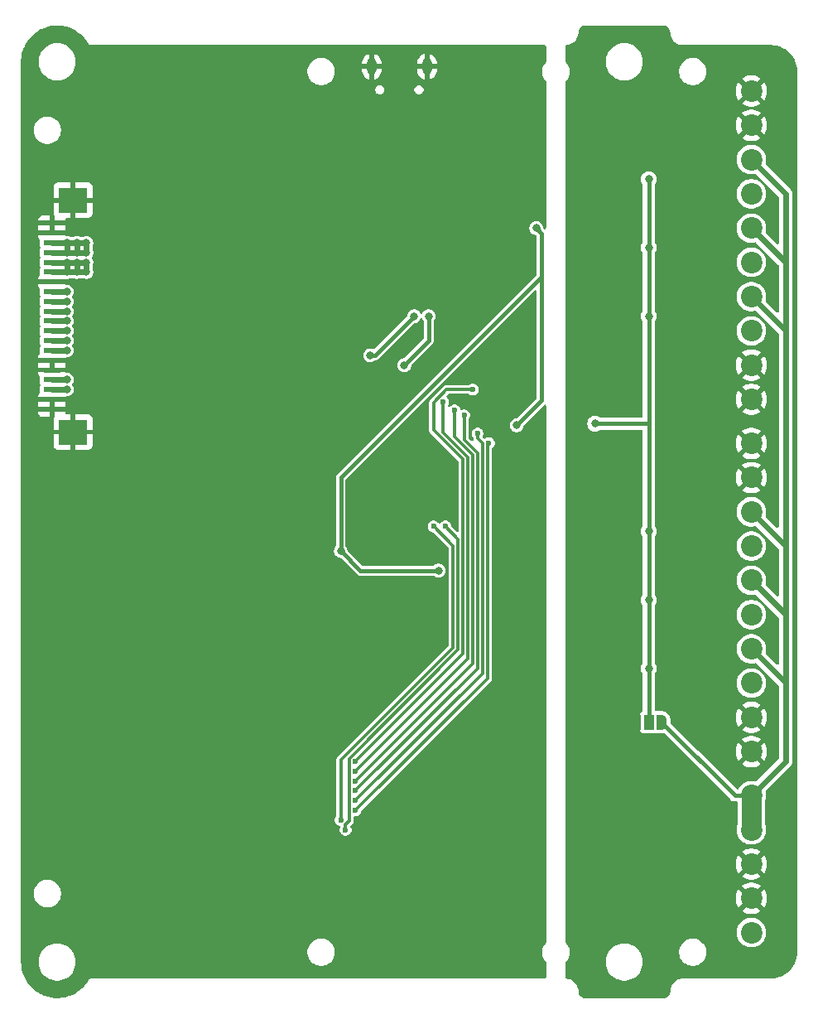
<source format=gbr>
%TF.GenerationSoftware,KiCad,Pcbnew,9.0.3*%
%TF.CreationDate,2025-08-16T08:56:31+03:00*%
%TF.ProjectId,PMCNV-Count6,504d434e-562d-4436-9f75-6e74362e6b69,rev?*%
%TF.SameCoordinates,PX3dfd240PY5f5e100*%
%TF.FileFunction,Copper,L2,Bot*%
%TF.FilePolarity,Positive*%
%FSLAX46Y46*%
G04 Gerber Fmt 4.6, Leading zero omitted, Abs format (unit mm)*
G04 Created by KiCad (PCBNEW 9.0.3) date 2025-08-16 08:56:31*
%MOMM*%
%LPD*%
G01*
G04 APERTURE LIST*
G04 Aperture macros list*
%AMFreePoly0*
4,1,23,0.550000,-0.750000,0.000000,-0.750000,0.000000,-0.745722,-0.065263,-0.745722,-0.191342,-0.711940,-0.304381,-0.646677,-0.396677,-0.554381,-0.461940,-0.441342,-0.495722,-0.315263,-0.495722,-0.250000,-0.500000,-0.250000,-0.500000,0.250000,-0.495722,0.250000,-0.495722,0.315263,-0.461940,0.441342,-0.396677,0.554381,-0.304381,0.646677,-0.191342,0.711940,-0.065263,0.745722,0.000000,0.745722,
0.000000,0.750000,0.550000,0.750000,0.550000,-0.750000,0.550000,-0.750000,$1*%
%AMFreePoly1*
4,1,23,0.000000,0.745722,0.065263,0.745722,0.191342,0.711940,0.304381,0.646677,0.396677,0.554381,0.461940,0.441342,0.495722,0.315263,0.495722,0.250000,0.500000,0.250000,0.500000,-0.250000,0.495722,-0.250000,0.495722,-0.315263,0.461940,-0.441342,0.396677,-0.554381,0.304381,-0.646677,0.191342,-0.711940,0.065263,-0.745722,0.000000,-0.745722,0.000000,-0.750000,-0.550000,-0.750000,
-0.550000,0.750000,0.000000,0.750000,0.000000,0.745722,0.000000,0.745722,$1*%
G04 Aperture macros list end*
%TA.AperFunction,ComponentPad*%
%ADD10C,2.200000*%
%TD*%
%TA.AperFunction,ComponentPad*%
%ADD11O,1.000000X1.700000*%
%TD*%
%TA.AperFunction,SMDPad,CuDef*%
%ADD12FreePoly0,0.000000*%
%TD*%
%TA.AperFunction,SMDPad,CuDef*%
%ADD13R,1.000000X1.500000*%
%TD*%
%TA.AperFunction,SMDPad,CuDef*%
%ADD14FreePoly1,0.000000*%
%TD*%
%TA.AperFunction,SMDPad,CuDef*%
%ADD15R,1.800000X0.600000*%
%TD*%
%TA.AperFunction,SMDPad,CuDef*%
%ADD16R,3.000000X2.600000*%
%TD*%
%TA.AperFunction,ViaPad*%
%ADD17C,0.800000*%
%TD*%
%TA.AperFunction,ViaPad*%
%ADD18C,0.600000*%
%TD*%
%TA.AperFunction,Conductor*%
%ADD19C,0.600000*%
%TD*%
%TA.AperFunction,Conductor*%
%ADD20C,0.400000*%
%TD*%
%TA.AperFunction,Conductor*%
%ADD21C,0.300000*%
%TD*%
%TA.AperFunction,Conductor*%
%ADD22C,2.000000*%
%TD*%
G04 APERTURE END LIST*
D10*
%TO.P,J6,1,Pin_1*%
%TO.N,/PE*%
X35000000Y-43000000D03*
%TO.P,J6,2,Pin_2*%
%TO.N,GND_CNV*%
X35000000Y-39500000D03*
%TO.P,J6,3,Pin_3*%
X35000000Y-36000000D03*
%TO.P,J6,4,Pin_4*%
%TO.N,L+_CNV*%
X35000000Y-32500000D03*
%TO.P,J6,5,Pin_5*%
X35000000Y-29000000D03*
%TD*%
D11*
%TO.P,J1,5,GND*%
%TO.N,GND_MCU*%
X1825001Y45502158D03*
X-3825001Y45502158D03*
%TD*%
D10*
%TO.P,J4,1,Pin_1*%
%TO.N,GND_CNV*%
X35000000Y-24500000D03*
%TO.P,J4,2,Pin_2*%
X35000000Y-21000000D03*
%TO.P,J4,3,Pin_3*%
%TO.N,/a.5_in*%
X35000000Y-17500000D03*
%TO.P,J4,4,Pin_4*%
%TO.N,L+_CNV*%
X35000000Y-14000000D03*
%TO.P,J4,5,Pin_5*%
%TO.N,/a.4_in*%
X35000000Y-10500000D03*
%TO.P,J4,6,Pin_6*%
%TO.N,L+_CNV*%
X35000000Y-7000000D03*
%TO.P,J4,7,Pin_7*%
%TO.N,/a.3_in*%
X35000000Y-3500000D03*
%TO.P,J4,8,Pin_8*%
%TO.N,L+_CNV*%
X35000000Y0D03*
%TO.P,J4,9,Pin_9*%
%TO.N,GND_CNV*%
X35000000Y3500000D03*
%TO.P,J4,10,Pin_10*%
X35000000Y7000000D03*
%TD*%
%TO.P,J3,1,Pin_1*%
%TO.N,GND_CNV*%
X35000000Y11500000D03*
%TO.P,J3,2,Pin_2*%
X35000000Y15000000D03*
%TO.P,J3,3,Pin_3*%
%TO.N,/a.2_in*%
X35000000Y18500000D03*
%TO.P,J3,4,Pin_4*%
%TO.N,L+_CNV*%
X35000000Y22000000D03*
%TO.P,J3,5,Pin_5*%
%TO.N,/a.1_in*%
X35000000Y25500000D03*
%TO.P,J3,6,Pin_6*%
%TO.N,L+_CNV*%
X35000000Y29000000D03*
%TO.P,J3,7,Pin_7*%
%TO.N,/a.0_in*%
X35000000Y32500000D03*
%TO.P,J3,8,Pin_8*%
%TO.N,L+_CNV*%
X35000000Y36000000D03*
%TO.P,J3,9,Pin_9*%
%TO.N,GND_CNV*%
X35000000Y39500000D03*
%TO.P,J3,10,Pin_10*%
X35000000Y43000000D03*
%TD*%
D12*
%TO.P,JP1,1,A*%
%TO.N,GND_CNV*%
X23200000Y-21500000D03*
D13*
%TO.P,JP1,2,C*%
%TO.N,/COM_CNV*%
X24500000Y-21500000D03*
D14*
%TO.P,JP1,3,B*%
%TO.N,L+_CNV*%
X25800000Y-21500000D03*
%TD*%
D15*
%TO.P,JM2,1,Pin_1*%
%TO.N,GND_MCU*%
X-36546000Y29500000D03*
%TO.P,JM2,2,Pin_2*%
X-36546000Y28500000D03*
%TO.P,JM2,3,Pin_3*%
%TO.N,+5V_MCU*%
X-36546000Y27500000D03*
%TO.P,JM2,4,Pin_4*%
X-36546000Y26500000D03*
%TO.P,JM2,5,Pin_5*%
%TO.N,+3.3V_MCU*%
X-36546000Y25500000D03*
%TO.P,JM2,6,Pin_6*%
X-36546000Y24500000D03*
%TO.P,JM2,7,Pin_7*%
%TO.N,GND_MCU*%
X-36546000Y23500000D03*
%TO.P,JM2,8,Pin_8*%
%TO.N,/MOSI_MCU*%
X-36546000Y22500000D03*
%TO.P,JM2,9,Pin_9*%
%TO.N,/MISO_MCU*%
X-36546000Y21500000D03*
%TO.P,JM2,10,Pin_10*%
%TO.N,/SCK_MCU*%
X-36546000Y20500000D03*
%TO.P,JM2,11,Pin_11*%
%TO.N,/CS0_MCU*%
X-36546000Y19500000D03*
%TO.P,JM2,12,Pin_11*%
%TO.N,/CS1_MCU*%
X-36546000Y18500000D03*
%TO.P,JM2,13,Pin_11*%
%TO.N,/CS2_MCU*%
X-36546000Y17500000D03*
%TO.P,JM2,14,Pin_11*%
%TO.N,/CS3_MCU*%
X-36546000Y16500000D03*
%TO.P,JM2,15,Pin_11*%
%TO.N,GND_MCU*%
X-36546000Y15500000D03*
%TO.P,JM2,16,Pin_11*%
X-36546000Y14500000D03*
%TO.P,JM2,17,Pin_11*%
%TO.N,/SDA_MCU*%
X-36546000Y13500000D03*
%TO.P,JM2,18,Pin_11*%
%TO.N,/SCL_MCU*%
X-36546000Y12500000D03*
%TO.P,JM2,19,Pin_11*%
%TO.N,GND_MCU*%
X-36546000Y11500000D03*
%TO.P,JM2,20,Pin_11*%
X-36546000Y10500000D03*
D16*
%TO.P,JM2,MP1,Pin_11*%
X-34375000Y31850000D03*
%TO.P,JM2,MP2,Pin_11*%
X-34375000Y8150000D03*
%TD*%
D17*
%TO.N,/CS1_MCU*%
X-35000000Y18500000D03*
%TO.N,/MOSI_MCU*%
X-35000000Y22500000D03*
%TO.N,/CS3_MCU*%
X-35000000Y16500000D03*
%TO.N,/SCK_MCU*%
X-35000000Y20500000D03*
%TO.N,GND_MCU*%
X-4500000Y-4000000D03*
X-4500000Y-5000000D03*
%TO.N,/CS2_MCU*%
X-35000000Y17500000D03*
%TO.N,+5V_MCU*%
X-33000000Y27500000D03*
X-33000000Y26500000D03*
X-35000000Y27500000D03*
X-34000000Y26500000D03*
X-34000000Y27500000D03*
X-35000000Y26500000D03*
%TO.N,+3.3V_MCU*%
X-35000000Y25500000D03*
X11000000Y8847500D03*
X-33000000Y25500000D03*
X3000000Y-6000000D03*
X-34000000Y25500000D03*
X13000000Y29000000D03*
X-35000000Y24500000D03*
X-7000000Y-4000000D03*
X-33000000Y24500000D03*
X-34000000Y24500000D03*
%TO.N,/CS0_MCU*%
X-35000000Y19500000D03*
%TO.N,/MISO_MCU*%
X-35000000Y21500000D03*
%TO.N,/SDA_MCU*%
X-35000000Y13500000D03*
%TO.N,/SCL_MCU*%
X-35000000Y12500000D03*
%TO.N,/COM_CNV*%
X24500000Y27000000D03*
X24500000Y-16000000D03*
X19000000Y9000000D03*
X24500000Y34000000D03*
X24500000Y-2000000D03*
X24500000Y20000000D03*
X24500000Y-9000000D03*
D18*
%TO.N,/a.3*%
X-5500000Y-28500000D03*
X5630350Y9869650D03*
%TO.N,/a.2*%
X4630351Y10369649D03*
X-5500000Y-27500000D03*
D17*
%TO.N,/a.1*%
X-500000Y15000000D03*
D18*
X-5500000Y-26500000D03*
X3471700Y11222500D03*
D17*
X2000000Y20000000D03*
D18*
%TO.N,/a.4*%
X7000000Y8000000D03*
X-5500000Y-29500000D03*
%TO.N,/a.5*%
X8151995Y7000610D03*
X-5500000Y-30500000D03*
%TO.N,/a.0*%
X-5500000Y-25500000D03*
X6500000Y12500000D03*
%TO.N,/LED1*%
X-6500000Y-32500000D03*
X3700000Y-1500000D03*
D17*
%TO.N,Net-(RN1D-R4.2)*%
X500000Y20000000D03*
X-4000000Y16000000D03*
D18*
%TO.N,/LED0*%
X2500000Y-1500000D03*
X-7000000Y-31500000D03*
%TD*%
D19*
%TO.N,/CS1_MCU*%
X-35000000Y18500000D02*
X-36546000Y18500000D01*
%TO.N,/MOSI_MCU*%
X-35000000Y22500000D02*
X-36546000Y22500000D01*
%TO.N,/CS3_MCU*%
X-35000000Y16500000D02*
X-36546000Y16500000D01*
%TO.N,/SCK_MCU*%
X-35000000Y20500000D02*
X-36546000Y20500000D01*
%TO.N,/CS2_MCU*%
X-35000000Y17500000D02*
X-36546000Y17500000D01*
%TO.N,+5V_MCU*%
X-35000000Y26500000D02*
X-35000000Y27500000D01*
X-33000000Y26500000D02*
X-33000000Y27500000D01*
X-33000000Y27500000D02*
X-36546000Y27500000D01*
X-34000000Y26500000D02*
X-34000000Y27500000D01*
X-33000000Y26500000D02*
X-36546000Y26500000D01*
D20*
%TO.N,+3.3V_MCU*%
X-7000000Y3500000D02*
X-7000000Y-4000000D01*
X13535582Y11383082D02*
X13535582Y28464418D01*
X3000000Y-6000000D02*
X-5000000Y-6000000D01*
X-5000000Y-6000000D02*
X-7000000Y-4000000D01*
D19*
X-33000000Y24500000D02*
X-36546000Y24500000D01*
X-35000000Y25500000D02*
X-35000000Y24500000D01*
X-33000000Y25500000D02*
X-33000000Y24500000D01*
D20*
X13535582Y11383082D02*
X13535582Y24035582D01*
X13535582Y28464418D02*
X13000000Y29000000D01*
X11000000Y8847500D02*
X13535582Y11383082D01*
D19*
X-33000000Y25500000D02*
X-36546000Y25500000D01*
D20*
X13535582Y24035582D02*
X-7000000Y3500000D01*
D19*
X-34000000Y25500000D02*
X-34000000Y24500000D01*
%TO.N,/CS0_MCU*%
X-35000000Y19500000D02*
X-36546000Y19500000D01*
%TO.N,/MISO_MCU*%
X-35000000Y21500000D02*
X-36546000Y21500000D01*
%TO.N,/SDA_MCU*%
X-35000000Y13500000D02*
X-36546000Y13500000D01*
%TO.N,/SCL_MCU*%
X-36546000Y12500000D02*
X-35000000Y12500000D01*
D20*
%TO.N,/COM_CNV*%
X24500000Y-9000000D02*
X24500000Y-2000000D01*
X24500000Y9000000D02*
X19000000Y9000000D01*
X24500000Y9000000D02*
X24500000Y20000000D01*
X24500000Y-21500000D02*
X24500000Y-16000000D01*
X24500000Y-16000000D02*
X24500000Y-9000000D01*
X24500000Y20000000D02*
X24500000Y27000000D01*
X24500000Y-2000000D02*
X24500000Y9000000D01*
X24500000Y27000000D02*
X24500000Y34000000D01*
D21*
%TO.N,/a.3*%
X5630350Y7369650D02*
X7001000Y5999000D01*
X5630350Y9869650D02*
X5630350Y7369650D01*
X7001000Y-15999000D02*
X-5500000Y-28500000D01*
X7001000Y5999000D02*
X7001000Y-15999000D01*
%TO.N,/a.2*%
X4630351Y7661129D02*
X6500000Y5791480D01*
X6500000Y-15500000D02*
X-5500000Y-27500000D01*
X4630351Y10369649D02*
X4630351Y7661129D01*
X6500000Y5791480D02*
X6500000Y-15500000D01*
%TO.N,/a.1*%
X5999000Y5583960D02*
X5999000Y-15001000D01*
X3471700Y11222500D02*
X3471700Y8111260D01*
D20*
X2000000Y20000000D02*
X2000000Y17500000D01*
D21*
X3471700Y8111260D02*
X5999000Y5583960D01*
D20*
X2000000Y17500000D02*
X-500000Y15000000D01*
D21*
X5999000Y-15001000D02*
X-5500000Y-26500000D01*
%TO.N,/a.4*%
X7000000Y7500000D02*
X7502000Y6998000D01*
X7502000Y-16498000D02*
X-5500000Y-29500000D01*
X7502000Y6998000D02*
X7502000Y-16498000D01*
X7000000Y8000000D02*
X7000000Y7500000D01*
%TO.N,/a.5*%
X8151995Y7000610D02*
X8003000Y6851615D01*
X8003000Y-16997000D02*
X-5500000Y-30500000D01*
X8003000Y6851615D02*
X8003000Y-16997000D01*
%TO.N,/a.0*%
X6500000Y12500000D02*
X3828546Y12500000D01*
X3828546Y12500000D02*
X2500000Y11171454D01*
X5498000Y5376440D02*
X5498000Y-14502000D01*
X5498000Y-14502000D02*
X-5500000Y-25500000D01*
X2500000Y8374440D02*
X5498000Y5376440D01*
X2500000Y11171454D02*
X2500000Y8374440D01*
D20*
%TO.N,L+_CNV*%
X35000000Y-29000000D02*
X33300000Y-29000000D01*
D19*
X38500000Y-10500000D02*
X38500000Y-3500000D01*
X38500000Y-10500000D02*
X35000000Y-7000000D01*
D20*
X33300000Y-29000000D02*
X25800000Y-21500000D01*
D19*
X38500000Y18500000D02*
X38500000Y25500000D01*
X38500000Y-3500000D02*
X38500000Y18500000D01*
X38500000Y-3500000D02*
X35000000Y0D01*
X38500000Y32500000D02*
X35000000Y36000000D01*
X38500000Y18500000D02*
X35000000Y22000000D01*
X38500000Y-25500000D02*
X38500000Y-17500000D01*
X38500000Y25500000D02*
X35000000Y29000000D01*
X38500000Y-17500000D02*
X35000000Y-14000000D01*
X35000000Y-29000000D02*
X38500000Y-25500000D01*
D22*
X35000000Y-29000000D02*
X35000000Y-32500000D01*
D19*
X38500000Y-17500000D02*
X38500000Y-10500000D01*
X38500000Y25500000D02*
X38500000Y32500000D01*
D21*
%TO.N,/LED1*%
X3700000Y-1500000D02*
X4997000Y-2797000D01*
X4997000Y-2797000D02*
X4997000Y-14082346D01*
X-6151000Y-31571654D02*
X-6500000Y-31920654D01*
X4997000Y-14082346D02*
X-6151000Y-25230346D01*
X-6500000Y-31920654D02*
X-6500000Y-32500000D01*
X-6151000Y-25230346D02*
X-6151000Y-31571654D01*
D20*
%TO.N,Net-(RN1D-R4.2)*%
X-3500000Y16000000D02*
X-4000000Y16000000D01*
X500000Y20000000D02*
X-3500000Y16000000D01*
D21*
%TO.N,/LED0*%
X4496000Y-3496000D02*
X2500000Y-1500000D01*
X-7000000Y-31500000D02*
X-7000000Y-25370826D01*
X-7000000Y-25370826D02*
X4496000Y-13874826D01*
X4496000Y-13874826D02*
X4496000Y-3496000D01*
%TD*%
%TA.AperFunction,Conductor*%
%TO.N,GND_MCU*%
G36*
X-35844827Y49695935D02*
G01*
X-35505343Y49665085D01*
X-35486440Y49663367D01*
X-35474083Y49661614D01*
X-35415565Y49650280D01*
X-35120783Y49593186D01*
X-35108667Y49590199D01*
X-34764043Y49486605D01*
X-34752288Y49482415D01*
X-34586057Y49413561D01*
X-34419821Y49344704D01*
X-34408569Y49339366D01*
X-34091607Y49168919D01*
X-34080931Y49162464D01*
X-34022768Y49123176D01*
X-33782726Y48961031D01*
X-33772757Y48953539D01*
X-33496316Y48723154D01*
X-33487142Y48714692D01*
X-33235257Y48457683D01*
X-33226981Y48448341D01*
X-33002213Y48167320D01*
X-32994918Y48157194D01*
X-32955511Y48096244D01*
X-32796140Y47849750D01*
X-32772343Y47808532D01*
X-32742817Y47781947D01*
X-32720410Y47759540D01*
X-32720408Y47759538D01*
X-32713964Y47754594D01*
X-32714157Y47754344D01*
X-32703822Y47746836D01*
X-32701603Y47744838D01*
X-32672509Y47731885D01*
X-32651888Y47719979D01*
X-32636521Y47715862D01*
X-32614644Y47706121D01*
X-32590830Y47703618D01*
X-32575461Y47699500D01*
X-32551653Y47699500D01*
X-32545203Y47698822D01*
X-32545190Y47698821D01*
X-32541748Y47698460D01*
X-32519976Y47696171D01*
X-32517064Y47696791D01*
X-32491283Y47699500D01*
X13876000Y47699500D01*
X13943039Y47679815D01*
X13988794Y47627011D01*
X14000000Y47575500D01*
X14000000Y46031969D01*
X13980315Y45964930D01*
X13963681Y45944288D01*
X13931756Y45912364D01*
X13931752Y45912359D01*
X13802187Y45734026D01*
X13702104Y45537607D01*
X13702103Y45537604D01*
X13633985Y45327953D01*
X13599500Y45110222D01*
X13599500Y44889779D01*
X13633985Y44672048D01*
X13702103Y44462397D01*
X13702104Y44462394D01*
X13770122Y44328904D01*
X13787446Y44294904D01*
X13802187Y44265975D01*
X13931752Y44087642D01*
X13931756Y44087637D01*
X13963681Y44055712D01*
X13997166Y43994389D01*
X14000000Y43968031D01*
X14000000Y29007177D01*
X13993761Y28985932D01*
X13992182Y28963843D01*
X13984109Y28953060D01*
X13980315Y28940138D01*
X13963581Y28925639D01*
X13950310Y28907910D01*
X13937689Y28903203D01*
X13927511Y28894383D01*
X13905593Y28891232D01*
X13884846Y28883493D01*
X13871685Y28886356D01*
X13858353Y28884439D01*
X13838209Y28893639D01*
X13816573Y28898345D01*
X13798847Y28911614D01*
X13794797Y28913464D01*
X13788319Y28919496D01*
X13736819Y28970996D01*
X13703334Y29032319D01*
X13700500Y29058677D01*
X13700500Y29068996D01*
X13673581Y29204323D01*
X13673580Y29204324D01*
X13673580Y29204328D01*
X13654662Y29250000D01*
X13620778Y29331805D01*
X13620771Y29331818D01*
X13544114Y29446542D01*
X13544111Y29446546D01*
X13446545Y29544112D01*
X13446541Y29544115D01*
X13331817Y29620772D01*
X13331804Y29620779D01*
X13204332Y29673579D01*
X13204322Y29673582D01*
X13068995Y29700500D01*
X13068993Y29700500D01*
X12931007Y29700500D01*
X12931005Y29700500D01*
X12795677Y29673582D01*
X12795667Y29673579D01*
X12668195Y29620779D01*
X12668182Y29620772D01*
X12553458Y29544115D01*
X12553454Y29544112D01*
X12455888Y29446546D01*
X12455885Y29446542D01*
X12379228Y29331818D01*
X12379221Y29331805D01*
X12326421Y29204333D01*
X12326418Y29204323D01*
X12299500Y29068996D01*
X12299500Y29068993D01*
X12299500Y28931007D01*
X12299500Y28931005D01*
X12299499Y28931005D01*
X12326418Y28795678D01*
X12326421Y28795668D01*
X12379221Y28668196D01*
X12379228Y28668183D01*
X12455885Y28553459D01*
X12455888Y28553455D01*
X12553454Y28455889D01*
X12553458Y28455886D01*
X12668182Y28379229D01*
X12668195Y28379222D01*
X12795667Y28326422D01*
X12795672Y28326420D01*
X12861986Y28313230D01*
X12935273Y28298651D01*
X12997184Y28266266D01*
X13031758Y28205550D01*
X13035082Y28177034D01*
X13035082Y24294258D01*
X13015397Y24227219D01*
X12998763Y24206577D01*
X-7400498Y3807317D01*
X-7400500Y3807314D01*
X-7466392Y3693188D01*
X-7500500Y3565892D01*
X-7500500Y-3458481D01*
X-7520185Y-3525520D01*
X-7536819Y-3546162D01*
X-7544112Y-3553454D01*
X-7544115Y-3553458D01*
X-7620772Y-3668182D01*
X-7620779Y-3668195D01*
X-7673579Y-3795667D01*
X-7673582Y-3795677D01*
X-7700500Y-3931004D01*
X-7700500Y-3931007D01*
X-7700500Y-4068993D01*
X-7700500Y-4068995D01*
X-7700501Y-4068995D01*
X-7673582Y-4204322D01*
X-7673579Y-4204332D01*
X-7620779Y-4331804D01*
X-7620772Y-4331817D01*
X-7544115Y-4446541D01*
X-7544112Y-4446545D01*
X-7446546Y-4544111D01*
X-7446542Y-4544114D01*
X-7331818Y-4620771D01*
X-7331805Y-4620778D01*
X-7204333Y-4673578D01*
X-7204328Y-4673580D01*
X-7204324Y-4673580D01*
X-7204323Y-4673581D01*
X-7068996Y-4700500D01*
X-7068993Y-4700500D01*
X-7058676Y-4700500D01*
X-6991637Y-4720185D01*
X-6970995Y-4736819D01*
X-5307314Y-6400500D01*
X-5193186Y-6466392D01*
X-5065893Y-6500500D01*
X-5065892Y-6500500D01*
X2458481Y-6500500D01*
X2525520Y-6520185D01*
X2546162Y-6536819D01*
X2553454Y-6544111D01*
X2553458Y-6544114D01*
X2668182Y-6620771D01*
X2668195Y-6620778D01*
X2795667Y-6673578D01*
X2795672Y-6673580D01*
X2795676Y-6673580D01*
X2795677Y-6673581D01*
X2931004Y-6700500D01*
X2931007Y-6700500D01*
X3068995Y-6700500D01*
X3160041Y-6682389D01*
X3204328Y-6673580D01*
X3331811Y-6620775D01*
X3446542Y-6544114D01*
X3544114Y-6446542D01*
X3620775Y-6331811D01*
X3673580Y-6204328D01*
X3700500Y-6068993D01*
X3700500Y-5931007D01*
X3700500Y-5931004D01*
X3673581Y-5795677D01*
X3673580Y-5795676D01*
X3673580Y-5795672D01*
X3673578Y-5795667D01*
X3620778Y-5668195D01*
X3620771Y-5668182D01*
X3544114Y-5553458D01*
X3544111Y-5553454D01*
X3446545Y-5455888D01*
X3446541Y-5455885D01*
X3331817Y-5379228D01*
X3331804Y-5379221D01*
X3204332Y-5326421D01*
X3204322Y-5326418D01*
X3068995Y-5299500D01*
X3068993Y-5299500D01*
X2931007Y-5299500D01*
X2931005Y-5299500D01*
X2795677Y-5326418D01*
X2795667Y-5326421D01*
X2668195Y-5379221D01*
X2668182Y-5379228D01*
X2553458Y-5455885D01*
X2553454Y-5455888D01*
X2546162Y-5463181D01*
X2484839Y-5496666D01*
X2458481Y-5499500D01*
X-4741324Y-5499500D01*
X-4808363Y-5479815D01*
X-4829005Y-5463181D01*
X-6263181Y-4029005D01*
X-6296666Y-3967682D01*
X-6299500Y-3941324D01*
X-6299500Y-3931004D01*
X-6326419Y-3795677D01*
X-6326420Y-3795676D01*
X-6326420Y-3795672D01*
X-6326422Y-3795667D01*
X-6379222Y-3668195D01*
X-6379229Y-3668182D01*
X-6455886Y-3553458D01*
X-6455889Y-3553454D01*
X-6463181Y-3546162D01*
X-6496666Y-3484839D01*
X-6499500Y-3458481D01*
X-6499500Y3241324D01*
X-6479815Y3308363D01*
X-6463181Y3329005D01*
X12823401Y22615587D01*
X12884724Y22649072D01*
X12954416Y22644088D01*
X13010349Y22602216D01*
X13034766Y22536752D01*
X13035082Y22527906D01*
X13035082Y11641758D01*
X13015397Y11574719D01*
X12998763Y11554077D01*
X11029005Y9584319D01*
X10967682Y9550834D01*
X10941324Y9548000D01*
X10931005Y9548000D01*
X10795677Y9521082D01*
X10795667Y9521079D01*
X10668195Y9468279D01*
X10668182Y9468272D01*
X10553458Y9391615D01*
X10553454Y9391612D01*
X10455888Y9294046D01*
X10455885Y9294042D01*
X10379228Y9179318D01*
X10379221Y9179305D01*
X10326421Y9051833D01*
X10326418Y9051823D01*
X10299500Y8916496D01*
X10299500Y8916493D01*
X10299500Y8778507D01*
X10299500Y8778505D01*
X10299499Y8778505D01*
X10326418Y8643178D01*
X10326421Y8643168D01*
X10379221Y8515696D01*
X10379228Y8515683D01*
X10455885Y8400959D01*
X10455888Y8400955D01*
X10553454Y8303389D01*
X10553458Y8303386D01*
X10668182Y8226729D01*
X10668195Y8226722D01*
X10795667Y8173922D01*
X10795672Y8173920D01*
X10795676Y8173920D01*
X10795677Y8173919D01*
X10931004Y8147000D01*
X10931007Y8147000D01*
X11068995Y8147000D01*
X11160041Y8165111D01*
X11204328Y8173920D01*
X11331811Y8226725D01*
X11446542Y8303386D01*
X11544114Y8400958D01*
X11620775Y8515689D01*
X11673580Y8643172D01*
X11700500Y8778507D01*
X11700500Y8788824D01*
X11720185Y8855863D01*
X11736819Y8876505D01*
X13788319Y10928005D01*
X13849642Y10961490D01*
X13919334Y10956506D01*
X13975267Y10914634D01*
X13999684Y10849170D01*
X14000000Y10840324D01*
X14000000Y-43968031D01*
X13980315Y-44035070D01*
X13963681Y-44055712D01*
X13931756Y-44087636D01*
X13931752Y-44087641D01*
X13802187Y-44265974D01*
X13702104Y-44462393D01*
X13702103Y-44462396D01*
X13633985Y-44672047D01*
X13599500Y-44889778D01*
X13599500Y-45110221D01*
X13633985Y-45327952D01*
X13702103Y-45537603D01*
X13702104Y-45537606D01*
X13770122Y-45671096D01*
X13787446Y-45705096D01*
X13802187Y-45734025D01*
X13931752Y-45912358D01*
X13931756Y-45912363D01*
X13963681Y-45944288D01*
X13997166Y-46005611D01*
X14000000Y-46031969D01*
X14000000Y-47575500D01*
X13980315Y-47642539D01*
X13927511Y-47688294D01*
X13876000Y-47699500D01*
X-32504314Y-47699500D01*
X-32519976Y-47696171D01*
X-32551649Y-47699500D01*
X-32575461Y-47699500D01*
X-32581417Y-47701095D01*
X-32600526Y-47704636D01*
X-32614645Y-47706120D01*
X-32627606Y-47711890D01*
X-32627605Y-47711891D01*
X-32636524Y-47715861D01*
X-32651888Y-47719979D01*
X-32672505Y-47731881D01*
X-32678440Y-47734524D01*
X-32701602Y-47744837D01*
X-32701607Y-47744840D01*
X-32703820Y-47746832D01*
X-32703819Y-47746833D01*
X-32713502Y-47755551D01*
X-32720410Y-47759540D01*
X-32742812Y-47781940D01*
X-32745230Y-47784118D01*
X-32745232Y-47784118D01*
X-32772344Y-47808531D01*
X-32794576Y-47847040D01*
X-32797832Y-47852366D01*
X-32994918Y-48157193D01*
X-33002213Y-48167319D01*
X-33226981Y-48448340D01*
X-33235257Y-48457682D01*
X-33487142Y-48714691D01*
X-33496316Y-48723153D01*
X-33772757Y-48953538D01*
X-33782734Y-48961036D01*
X-34080931Y-49162463D01*
X-34091611Y-49168920D01*
X-34408549Y-49339355D01*
X-34419826Y-49344705D01*
X-34752288Y-49482414D01*
X-34764043Y-49486604D01*
X-35108667Y-49590198D01*
X-35120785Y-49593185D01*
X-35474083Y-49661613D01*
X-35486440Y-49663366D01*
X-35844809Y-49695933D01*
X-35857280Y-49696436D01*
X-36217128Y-49692811D01*
X-36229585Y-49692057D01*
X-36587232Y-49652281D01*
X-36599551Y-49650279D01*
X-36951389Y-49574754D01*
X-36963445Y-49571524D01*
X-37305920Y-49461009D01*
X-37317589Y-49456583D01*
X-37647204Y-49312208D01*
X-37658370Y-49306632D01*
X-37971820Y-49129845D01*
X-37982368Y-49123175D01*
X-38054100Y-49072588D01*
X-38276455Y-48915777D01*
X-38286266Y-48908091D01*
X-38558012Y-48672186D01*
X-38567014Y-48663540D01*
X-38813675Y-48401507D01*
X-38821761Y-48392001D01*
X-39040832Y-48106502D01*
X-39047913Y-48096243D01*
X-39131889Y-47960438D01*
X-39237176Y-47790167D01*
X-39243196Y-47779237D01*
X-39258974Y-47746833D01*
X-39400728Y-47455697D01*
X-39405620Y-47444215D01*
X-39529832Y-47106477D01*
X-39533545Y-47094562D01*
X-39623180Y-46746041D01*
X-39625676Y-46733813D01*
X-39645763Y-46601830D01*
X-39679822Y-46378046D01*
X-39681074Y-46365660D01*
X-39699343Y-46003090D01*
X-39699500Y-45996850D01*
X-39699500Y-45875441D01*
X-37900500Y-45875441D01*
X-37900500Y-46124558D01*
X-37900499Y-46124575D01*
X-37867983Y-46371561D01*
X-37803502Y-46612207D01*
X-37708170Y-46842361D01*
X-37708163Y-46842376D01*
X-37583600Y-47058126D01*
X-37431940Y-47255774D01*
X-37431934Y-47255781D01*
X-37255782Y-47431933D01*
X-37255775Y-47431939D01*
X-37058127Y-47583599D01*
X-36842377Y-47708162D01*
X-36842362Y-47708169D01*
X-36749020Y-47746832D01*
X-36612207Y-47803502D01*
X-36371565Y-47867982D01*
X-36124565Y-47900500D01*
X-36124558Y-47900500D01*
X-35875442Y-47900500D01*
X-35875435Y-47900500D01*
X-35628435Y-47867982D01*
X-35387793Y-47803502D01*
X-35157627Y-47708164D01*
X-34941873Y-47583599D01*
X-34744224Y-47431938D01*
X-34568062Y-47255776D01*
X-34416401Y-47058127D01*
X-34291836Y-46842373D01*
X-34196498Y-46612207D01*
X-34132018Y-46371565D01*
X-34099500Y-46124565D01*
X-34099500Y-45875435D01*
X-34132018Y-45628435D01*
X-34196498Y-45387793D01*
X-34291836Y-45157627D01*
X-34319206Y-45110221D01*
X-34413495Y-44946906D01*
X-34413496Y-44946904D01*
X-34416400Y-44941874D01*
X-34456375Y-44889778D01*
X-10400500Y-44889778D01*
X-10400500Y-45110221D01*
X-10366015Y-45327952D01*
X-10297897Y-45537603D01*
X-10297896Y-45537606D01*
X-10229878Y-45671096D01*
X-10212554Y-45705096D01*
X-10197813Y-45734025D01*
X-10068248Y-45912358D01*
X-10068244Y-45912363D01*
X-9912364Y-46068243D01*
X-9912359Y-46068247D01*
X-9834843Y-46124565D01*
X-9734022Y-46197815D01*
X-9605625Y-46263237D01*
X-9537607Y-46297895D01*
X-9537604Y-46297896D01*
X-9432779Y-46331955D01*
X-9327951Y-46366015D01*
X-9110222Y-46400500D01*
X-9110221Y-46400500D01*
X-8889779Y-46400500D01*
X-8889778Y-46400500D01*
X-8672049Y-46366015D01*
X-8462394Y-46297895D01*
X-8265978Y-46197815D01*
X-8087635Y-46068242D01*
X-7931758Y-45912365D01*
X-7802185Y-45734022D01*
X-7702105Y-45537606D01*
X-7633985Y-45327951D01*
X-7599500Y-45110222D01*
X-7599500Y-44889778D01*
X-7633985Y-44672049D01*
X-7668045Y-44567221D01*
X-7702104Y-44462396D01*
X-7702105Y-44462393D01*
X-7736763Y-44394375D01*
X-7802185Y-44265978D01*
X-7899512Y-44132018D01*
X-7931753Y-44087641D01*
X-7931757Y-44087636D01*
X-8087637Y-43931756D01*
X-8087642Y-43931752D01*
X-8265975Y-43802187D01*
X-8265976Y-43802186D01*
X-8265978Y-43802185D01*
X-8328904Y-43770122D01*
X-8462394Y-43702104D01*
X-8462397Y-43702103D01*
X-8672048Y-43633985D01*
X-8780914Y-43616742D01*
X-8889778Y-43599500D01*
X-9110222Y-43599500D01*
X-9182799Y-43610995D01*
X-9327953Y-43633985D01*
X-9537604Y-43702103D01*
X-9537607Y-43702104D01*
X-9734026Y-43802187D01*
X-9912359Y-43931752D01*
X-9912364Y-43931756D01*
X-10068244Y-44087636D01*
X-10068248Y-44087641D01*
X-10197813Y-44265974D01*
X-10297896Y-44462393D01*
X-10297897Y-44462396D01*
X-10366015Y-44672047D01*
X-10400500Y-44889778D01*
X-34456375Y-44889778D01*
X-34568061Y-44744225D01*
X-34568067Y-44744218D01*
X-34744219Y-44568066D01*
X-34744226Y-44568060D01*
X-34941874Y-44416400D01*
X-35157624Y-44291837D01*
X-35157639Y-44291830D01*
X-35387793Y-44196498D01*
X-35628439Y-44132017D01*
X-35875425Y-44099501D01*
X-35875430Y-44099500D01*
X-35875435Y-44099500D01*
X-36124565Y-44099500D01*
X-36124571Y-44099500D01*
X-36124576Y-44099501D01*
X-36371562Y-44132017D01*
X-36612208Y-44196498D01*
X-36842362Y-44291830D01*
X-36842377Y-44291837D01*
X-37058127Y-44416400D01*
X-37255775Y-44568060D01*
X-37255782Y-44568066D01*
X-37431934Y-44744218D01*
X-37431940Y-44744225D01*
X-37583600Y-44941873D01*
X-37708163Y-45157623D01*
X-37708170Y-45157638D01*
X-37803502Y-45387792D01*
X-37867983Y-45628438D01*
X-37900499Y-45875424D01*
X-37900500Y-45875441D01*
X-39699500Y-45875441D01*
X-39699500Y-38889778D01*
X-38400500Y-38889778D01*
X-38400500Y-39110221D01*
X-38366015Y-39327952D01*
X-38297897Y-39537603D01*
X-38297896Y-39537606D01*
X-38256921Y-39618022D01*
X-38212554Y-39705096D01*
X-38197813Y-39734025D01*
X-38068248Y-39912358D01*
X-38068244Y-39912363D01*
X-37912364Y-40068243D01*
X-37912359Y-40068247D01*
X-37756808Y-40181260D01*
X-37734022Y-40197815D01*
X-37605625Y-40263237D01*
X-37537607Y-40297895D01*
X-37537604Y-40297896D01*
X-37432779Y-40331955D01*
X-37327951Y-40366015D01*
X-37110222Y-40400500D01*
X-37110221Y-40400500D01*
X-36889779Y-40400500D01*
X-36889778Y-40400500D01*
X-36672049Y-40366015D01*
X-36462394Y-40297895D01*
X-36265978Y-40197815D01*
X-36087635Y-40068242D01*
X-35931758Y-39912365D01*
X-35802185Y-39734022D01*
X-35702105Y-39537606D01*
X-35633985Y-39327951D01*
X-35599500Y-39110222D01*
X-35599500Y-38889778D01*
X-35633985Y-38672049D01*
X-35668045Y-38567221D01*
X-35702104Y-38462396D01*
X-35702105Y-38462393D01*
X-35736763Y-38394375D01*
X-35802185Y-38265978D01*
X-35846960Y-38204350D01*
X-35931753Y-38087641D01*
X-35931757Y-38087636D01*
X-36087637Y-37931756D01*
X-36087642Y-37931752D01*
X-36265975Y-37802187D01*
X-36265976Y-37802186D01*
X-36265978Y-37802185D01*
X-36328904Y-37770122D01*
X-36462394Y-37702104D01*
X-36462397Y-37702103D01*
X-36672048Y-37633985D01*
X-36780914Y-37616742D01*
X-36889778Y-37599500D01*
X-37110222Y-37599500D01*
X-37182799Y-37610995D01*
X-37327953Y-37633985D01*
X-37537604Y-37702103D01*
X-37537607Y-37702104D01*
X-37734026Y-37802187D01*
X-37912359Y-37931752D01*
X-37912364Y-37931756D01*
X-38068244Y-38087636D01*
X-38068248Y-38087641D01*
X-38197813Y-38265974D01*
X-38297896Y-38462393D01*
X-38297897Y-38462396D01*
X-38366015Y-38672047D01*
X-38400500Y-38889778D01*
X-39699500Y-38889778D01*
X-39699500Y-31420943D01*
X-7600500Y-31420943D01*
X-7600500Y-31579056D01*
X-7559577Y-31731783D01*
X-7559574Y-31731790D01*
X-7480525Y-31868709D01*
X-7480521Y-31868714D01*
X-7480520Y-31868716D01*
X-7368716Y-31980520D01*
X-7368714Y-31980521D01*
X-7368710Y-31980524D01*
X-7283469Y-32029737D01*
X-7231784Y-32059577D01*
X-7134421Y-32085665D01*
X-7074762Y-32122029D01*
X-7044233Y-32184876D01*
X-7052528Y-32254251D01*
X-7059125Y-32267433D01*
X-7059576Y-32268213D01*
X-7059577Y-32268216D01*
X-7100500Y-32420943D01*
X-7100500Y-32579056D01*
X-7059577Y-32731783D01*
X-7059574Y-32731790D01*
X-6980525Y-32868709D01*
X-6980521Y-32868714D01*
X-6980520Y-32868716D01*
X-6868716Y-32980520D01*
X-6868714Y-32980521D01*
X-6868710Y-32980524D01*
X-6731791Y-33059573D01*
X-6731784Y-33059577D01*
X-6579057Y-33100500D01*
X-6579055Y-33100500D01*
X-6420945Y-33100500D01*
X-6420943Y-33100500D01*
X-6268216Y-33059577D01*
X-6131284Y-32980520D01*
X-6019480Y-32868716D01*
X-5940423Y-32731784D01*
X-5899500Y-32579057D01*
X-5899500Y-32420943D01*
X-5940423Y-32268216D01*
X-5991690Y-32179418D01*
X-6008162Y-32111518D01*
X-5985309Y-32045491D01*
X-5971996Y-32029751D01*
X-5790510Y-31848267D01*
X-5731201Y-31745540D01*
X-5728502Y-31735466D01*
X-5727514Y-31731781D01*
X-5723895Y-31718273D01*
X-5700500Y-31630963D01*
X-5700500Y-31224500D01*
X-5680815Y-31157461D01*
X-5628011Y-31111706D01*
X-5576500Y-31100500D01*
X-5420945Y-31100500D01*
X-5420943Y-31100500D01*
X-5268216Y-31059577D01*
X-5131284Y-30980520D01*
X-5019480Y-30868716D01*
X-4940423Y-30731784D01*
X-4899500Y-30579057D01*
X-4899500Y-30579044D01*
X-4898559Y-30571901D01*
X-4870293Y-30508003D01*
X-4863312Y-30500414D01*
X8363490Y-17273614D01*
X8422799Y-17170887D01*
X8429285Y-17146675D01*
X8429286Y-17146675D01*
X8429286Y-17146671D01*
X8453500Y-17056309D01*
X8453500Y6409695D01*
X8473185Y6476734D01*
X8515501Y6517083D01*
X8520711Y6520090D01*
X8632515Y6631894D01*
X8711572Y6768826D01*
X8752495Y6921553D01*
X8752495Y7079667D01*
X8711572Y7232394D01*
X8689070Y7271369D01*
X8632519Y7369320D01*
X8632513Y7369328D01*
X8520712Y7481129D01*
X8520704Y7481135D01*
X8383785Y7560184D01*
X8383781Y7560186D01*
X8383779Y7560187D01*
X8231052Y7601110D01*
X8072938Y7601110D01*
X7920211Y7560187D01*
X7920210Y7560187D01*
X7784969Y7482107D01*
X7757906Y7475543D01*
X7731816Y7465811D01*
X7724421Y7467420D01*
X7717068Y7465636D01*
X7690753Y7474744D01*
X7663543Y7480663D01*
X7654851Y7487170D01*
X7651042Y7488488D01*
X7635289Y7501814D01*
X7557059Y7580044D01*
X7523574Y7641367D01*
X7528558Y7711059D01*
X7537347Y7729713D01*
X7559577Y7768216D01*
X7600500Y7920943D01*
X7600500Y8079057D01*
X7559577Y8231784D01*
X7518238Y8303386D01*
X7480524Y8368710D01*
X7480518Y8368718D01*
X7368717Y8480519D01*
X7368709Y8480525D01*
X7231790Y8559574D01*
X7231786Y8559576D01*
X7231784Y8559577D01*
X7079057Y8600500D01*
X6920943Y8600500D01*
X6768216Y8559577D01*
X6768209Y8559574D01*
X6631290Y8480525D01*
X6631282Y8480519D01*
X6519481Y8368718D01*
X6519475Y8368710D01*
X6440426Y8231791D01*
X6440423Y8231784D01*
X6399500Y8079057D01*
X6399500Y7920944D01*
X6440423Y7768217D01*
X6440426Y7768210D01*
X6519473Y7631294D01*
X6519477Y7631288D01*
X6519480Y7631284D01*
X6519482Y7631282D01*
X6523872Y7625562D01*
X6530435Y7608588D01*
X6541425Y7594085D01*
X6546284Y7567595D01*
X6549069Y7560394D01*
X6549130Y7559643D01*
X6549500Y7554865D01*
X6549500Y7440691D01*
X6561933Y7394291D01*
X6562819Y7382850D01*
X6557870Y7359442D01*
X6557301Y7335520D01*
X6550775Y7325879D01*
X6548368Y7314491D01*
X6531550Y7297475D01*
X6518138Y7277658D01*
X6507436Y7273076D01*
X6499254Y7264796D01*
X6475903Y7259573D01*
X6453909Y7250154D01*
X6442430Y7252085D01*
X6431070Y7249543D01*
X6408601Y7257774D01*
X6385007Y7261741D01*
X6371487Y7271369D01*
X6365463Y7273575D01*
X6362033Y7278101D01*
X6351508Y7285596D01*
X6117169Y7519935D01*
X6083684Y7581258D01*
X6080850Y7607616D01*
X6080850Y9419720D01*
X6100535Y9486759D01*
X6106478Y9495212D01*
X6110862Y9500927D01*
X6110870Y9500934D01*
X6189927Y9637866D01*
X6230850Y9790593D01*
X6230850Y9948707D01*
X6189927Y10101434D01*
X6160633Y10152173D01*
X6110874Y10238360D01*
X6110868Y10238368D01*
X5999067Y10350169D01*
X5999059Y10350175D01*
X5862140Y10429224D01*
X5862136Y10429226D01*
X5862134Y10429227D01*
X5709407Y10470150D01*
X5551293Y10470150D01*
X5398566Y10429227D01*
X5398559Y10429224D01*
X5397780Y10428774D01*
X5397039Y10428595D01*
X5391056Y10426116D01*
X5390669Y10427050D01*
X5329878Y10412308D01*
X5263853Y10435166D01*
X5220668Y10490092D01*
X5216015Y10504073D01*
X5189927Y10601435D01*
X5189924Y10601440D01*
X5110875Y10738359D01*
X5110869Y10738367D01*
X4999068Y10850168D01*
X4999060Y10850174D01*
X4862141Y10929223D01*
X4862137Y10929225D01*
X4862135Y10929226D01*
X4709408Y10970149D01*
X4551294Y10970149D01*
X4398567Y10929226D01*
X4398560Y10929223D01*
X4261641Y10850174D01*
X4261637Y10850171D01*
X4190616Y10779150D01*
X4129292Y10745666D01*
X4059601Y10750651D01*
X4003667Y10792522D01*
X3979251Y10857987D01*
X3994103Y10926260D01*
X3995526Y10928795D01*
X4031277Y10990716D01*
X4072200Y11143443D01*
X4072200Y11301557D01*
X4031277Y11454284D01*
X3973662Y11554077D01*
X3952224Y11591210D01*
X3952218Y11591218D01*
X3842223Y11701213D01*
X3837884Y11709159D01*
X3830636Y11714585D01*
X3821401Y11739345D01*
X3808738Y11762536D01*
X3809383Y11771567D01*
X3806220Y11780049D01*
X3811836Y11805870D01*
X3813722Y11832228D01*
X3819540Y11841282D01*
X3821072Y11848322D01*
X3842221Y11876573D01*
X3906076Y11940427D01*
X3978833Y12013182D01*
X4040156Y12046667D01*
X4066513Y12049500D01*
X6050069Y12049500D01*
X6117108Y12029815D01*
X6125557Y12023875D01*
X6131281Y12019483D01*
X6131284Y12019480D01*
X6131287Y12019479D01*
X6131290Y12019476D01*
X6241428Y11955889D01*
X6268216Y11940423D01*
X6420943Y11899500D01*
X6420945Y11899500D01*
X6579055Y11899500D01*
X6579057Y11899500D01*
X6731784Y11940423D01*
X6868716Y12019480D01*
X6980520Y12131284D01*
X7059577Y12268216D01*
X7100500Y12420943D01*
X7100500Y12579057D01*
X7059577Y12731784D01*
X7059573Y12731791D01*
X6980524Y12868710D01*
X6980518Y12868718D01*
X6868717Y12980519D01*
X6868709Y12980525D01*
X6731790Y13059574D01*
X6731786Y13059576D01*
X6731784Y13059577D01*
X6579057Y13100500D01*
X6420943Y13100500D01*
X6268216Y13059577D01*
X6268209Y13059574D01*
X6131290Y12980525D01*
X6125557Y12976125D01*
X6060388Y12950930D01*
X6050069Y12950500D01*
X3769237Y12950500D01*
X3678871Y12926287D01*
X3678870Y12926288D01*
X3654661Y12919800D01*
X3654652Y12919796D01*
X3551938Y12860495D01*
X3551930Y12860489D01*
X2139513Y11448071D01*
X2139509Y11448065D01*
X2080201Y11345342D01*
X2080200Y11345337D01*
X2049500Y11230763D01*
X2049500Y8315132D01*
X2071833Y8231783D01*
X2071833Y8231782D01*
X2080199Y8200556D01*
X2080201Y8200553D01*
X2139511Y8097826D01*
X2139513Y8097824D01*
X5011181Y5226156D01*
X5044666Y5164833D01*
X5047500Y5138475D01*
X5047500Y-1911035D01*
X5027815Y-1978074D01*
X4975011Y-2023829D01*
X4905853Y-2033773D01*
X4842297Y-2004748D01*
X4835819Y-1998716D01*
X4336700Y-1499597D01*
X4303215Y-1438274D01*
X4301442Y-1428099D01*
X4300500Y-1420945D01*
X4300500Y-1420943D01*
X4259577Y-1268216D01*
X4220450Y-1200445D01*
X4180524Y-1131290D01*
X4180518Y-1131282D01*
X4068717Y-1019481D01*
X4068709Y-1019475D01*
X3931790Y-940426D01*
X3931786Y-940424D01*
X3931784Y-940423D01*
X3779057Y-899500D01*
X3620943Y-899500D01*
X3468216Y-940423D01*
X3468209Y-940426D01*
X3331290Y-1019475D01*
X3331282Y-1019481D01*
X3219481Y-1131282D01*
X3219477Y-1131287D01*
X3207387Y-1152229D01*
X3156820Y-1200445D01*
X3088213Y-1213668D01*
X3023348Y-1187700D01*
X2992613Y-1152229D01*
X2980522Y-1131287D01*
X2980518Y-1131282D01*
X2868717Y-1019481D01*
X2868709Y-1019475D01*
X2731790Y-940426D01*
X2731786Y-940424D01*
X2731784Y-940423D01*
X2579057Y-899500D01*
X2420943Y-899500D01*
X2268216Y-940423D01*
X2268209Y-940426D01*
X2131290Y-1019475D01*
X2131282Y-1019481D01*
X2019481Y-1131282D01*
X2019475Y-1131290D01*
X1940426Y-1268209D01*
X1940423Y-1268216D01*
X1899500Y-1420943D01*
X1899500Y-1579056D01*
X1940423Y-1731783D01*
X1940426Y-1731790D01*
X2019475Y-1868709D01*
X2019479Y-1868714D01*
X2019480Y-1868716D01*
X2131284Y-1980520D01*
X2131286Y-1980521D01*
X2131290Y-1980524D01*
X2268209Y-2059573D01*
X2268216Y-2059577D01*
X2420943Y-2100500D01*
X2420945Y-2100500D01*
X2428099Y-2101442D01*
X2491996Y-2129707D01*
X2499597Y-2136700D01*
X4009181Y-3646284D01*
X4042666Y-3707607D01*
X4045500Y-3733965D01*
X4045500Y-13636861D01*
X4025815Y-13703900D01*
X4009181Y-13724542D01*
X-7360487Y-25094209D01*
X-7360491Y-25094215D01*
X-7419799Y-25196938D01*
X-7419800Y-25196943D01*
X-7450500Y-25311517D01*
X-7450500Y-31050069D01*
X-7470185Y-31117108D01*
X-7476125Y-31125557D01*
X-7480525Y-31131290D01*
X-7559574Y-31268209D01*
X-7559577Y-31268216D01*
X-7600500Y-31420943D01*
X-39699500Y-31420943D01*
X-39699500Y6802156D01*
X-36375000Y6802156D01*
X-36368599Y6742628D01*
X-36368597Y6742621D01*
X-36318355Y6607914D01*
X-36318351Y6607907D01*
X-36232191Y6492813D01*
X-36232188Y6492810D01*
X-36117094Y6406650D01*
X-36117087Y6406646D01*
X-35982380Y6356404D01*
X-35982373Y6356402D01*
X-35922845Y6350001D01*
X-35922828Y6350000D01*
X-34625000Y6350000D01*
X-34125000Y6350000D01*
X-32827172Y6350000D01*
X-32827156Y6350001D01*
X-32767628Y6356402D01*
X-32767621Y6356404D01*
X-32632914Y6406646D01*
X-32632907Y6406650D01*
X-32517813Y6492810D01*
X-32517810Y6492813D01*
X-32431650Y6607907D01*
X-32431646Y6607914D01*
X-32381404Y6742621D01*
X-32381402Y6742628D01*
X-32375001Y6802156D01*
X-32375000Y6802173D01*
X-32375000Y7900000D01*
X-34125000Y7900000D01*
X-34125000Y6350000D01*
X-34625000Y6350000D01*
X-34625000Y7900000D01*
X-36375000Y7900000D01*
X-36375000Y6802156D01*
X-39699500Y6802156D01*
X-39699500Y9475248D01*
X-36375000Y9475248D01*
X-36375000Y8400000D01*
X-34625000Y8400000D01*
X-34125000Y8400000D01*
X-32375000Y8400000D01*
X-32375000Y9497828D01*
X-32375001Y9497845D01*
X-32381402Y9557373D01*
X-32381404Y9557380D01*
X-32431646Y9692087D01*
X-32431650Y9692094D01*
X-32517810Y9807188D01*
X-32517813Y9807191D01*
X-32632907Y9893351D01*
X-32632914Y9893355D01*
X-32767621Y9943597D01*
X-32767628Y9943599D01*
X-32827156Y9950000D01*
X-34125000Y9950000D01*
X-34125000Y8400000D01*
X-34625000Y8400000D01*
X-34625000Y9950000D01*
X-35029690Y9950000D01*
X-35096729Y9969685D01*
X-35142484Y10022489D01*
X-35152979Y10087256D01*
X-35146001Y10152156D01*
X-35146000Y10152173D01*
X-35146000Y10250000D01*
X-36296000Y10250000D01*
X-36296000Y9682001D01*
X-36298260Y9674307D01*
X-36296987Y9666389D01*
X-36306368Y9632364D01*
X-36375000Y9475248D01*
X-39699500Y9475248D01*
X-39699500Y10152156D01*
X-37946000Y10152156D01*
X-37939599Y10092628D01*
X-37939597Y10092621D01*
X-37889355Y9957914D01*
X-37889351Y9957907D01*
X-37803191Y9842813D01*
X-37803188Y9842810D01*
X-37688094Y9756650D01*
X-37688087Y9756646D01*
X-37553380Y9706404D01*
X-37553373Y9706402D01*
X-37493845Y9700001D01*
X-37493828Y9700000D01*
X-36796000Y9700000D01*
X-36796000Y10250000D01*
X-37946000Y10250000D01*
X-37946000Y10152156D01*
X-39699500Y10152156D01*
X-39699500Y11152156D01*
X-37946000Y11152156D01*
X-37939599Y11092628D01*
X-37939597Y11092620D01*
X-37921214Y11043333D01*
X-37916230Y10973641D01*
X-37921214Y10956667D01*
X-37939597Y10907381D01*
X-37939599Y10907373D01*
X-37946000Y10847845D01*
X-37946000Y10750000D01*
X-36796000Y10750000D01*
X-36296000Y10750000D01*
X-35146000Y10750000D01*
X-35146000Y10847828D01*
X-35146001Y10847845D01*
X-35152403Y10907378D01*
X-35152403Y10907379D01*
X-35170786Y10956665D01*
X-35175772Y11026356D01*
X-35170786Y11043335D01*
X-35152403Y11092622D01*
X-35152403Y11092623D01*
X-35146001Y11152156D01*
X-35146000Y11152173D01*
X-35146000Y11250000D01*
X-36296000Y11250000D01*
X-36296000Y10750000D01*
X-36796000Y10750000D01*
X-36796000Y11250000D01*
X-37946000Y11250000D01*
X-37946000Y11152156D01*
X-39699500Y11152156D01*
X-39699500Y14152156D01*
X-37946000Y14152156D01*
X-37939599Y14092628D01*
X-37939597Y14092621D01*
X-37889355Y13957914D01*
X-37889353Y13957912D01*
X-37803191Y13842814D01*
X-37803189Y13842812D01*
X-37796191Y13837573D01*
X-37754319Y13781641D01*
X-37746500Y13738305D01*
X-37746500Y13155144D01*
X-37746498Y13155118D01*
X-37743587Y13130013D01*
X-37743586Y13130012D01*
X-37743586Y13130010D01*
X-37743585Y13130009D01*
X-37708296Y13050087D01*
X-37699224Y12980809D01*
X-37708295Y12949917D01*
X-37718728Y12926287D01*
X-37743585Y12869991D01*
X-37746500Y12844869D01*
X-37746500Y12261697D01*
X-37766185Y12194658D01*
X-37796185Y12162434D01*
X-37803182Y12157196D01*
X-37803192Y12157186D01*
X-37889351Y12042094D01*
X-37889355Y12042087D01*
X-37939597Y11907380D01*
X-37939599Y11907373D01*
X-37946000Y11847845D01*
X-37946000Y11750000D01*
X-35146000Y11750000D01*
X-35132819Y11763181D01*
X-35071496Y11796666D01*
X-35045138Y11799500D01*
X-34931005Y11799500D01*
X-34839959Y11817611D01*
X-34795672Y11826420D01*
X-34668189Y11879225D01*
X-34553458Y11955886D01*
X-34455886Y12053458D01*
X-34379225Y12168189D01*
X-34326420Y12295672D01*
X-34301502Y12420943D01*
X-34299500Y12431005D01*
X-34299500Y12568996D01*
X-34326419Y12704323D01*
X-34326420Y12704324D01*
X-34326420Y12704328D01*
X-34326422Y12704333D01*
X-34379222Y12831805D01*
X-34379224Y12831809D01*
X-34379225Y12831811D01*
X-34445575Y12931110D01*
X-34466452Y12997786D01*
X-34447968Y13065166D01*
X-34445574Y13068891D01*
X-34379225Y13168189D01*
X-34326420Y13295672D01*
X-34299500Y13431007D01*
X-34299500Y13568993D01*
X-34299500Y13568996D01*
X-34326419Y13704323D01*
X-34326420Y13704324D01*
X-34326420Y13704328D01*
X-34326422Y13704333D01*
X-34379222Y13831805D01*
X-34379229Y13831818D01*
X-34455886Y13946542D01*
X-34455889Y13946546D01*
X-34553455Y14044112D01*
X-34553459Y14044115D01*
X-34668183Y14120772D01*
X-34668196Y14120779D01*
X-34795668Y14173579D01*
X-34795678Y14173582D01*
X-34931005Y14200500D01*
X-34931007Y14200500D01*
X-35045138Y14200500D01*
X-35112177Y14220185D01*
X-35132819Y14236819D01*
X-35146000Y14250000D01*
X-37946000Y14250000D01*
X-37946000Y14152156D01*
X-39699500Y14152156D01*
X-39699500Y15152156D01*
X-37946000Y15152156D01*
X-37939599Y15092628D01*
X-37939597Y15092620D01*
X-37921214Y15043333D01*
X-37916230Y14973641D01*
X-37921214Y14956667D01*
X-37939597Y14907381D01*
X-37939599Y14907373D01*
X-37946000Y14847845D01*
X-37946000Y14750000D01*
X-36796000Y14750000D01*
X-36296000Y14750000D01*
X-35146000Y14750000D01*
X-35146000Y14847828D01*
X-35146001Y14847845D01*
X-35152403Y14907378D01*
X-35152403Y14907379D01*
X-35170786Y14956665D01*
X-35175772Y15026356D01*
X-35170786Y15043335D01*
X-35152403Y15092622D01*
X-35152403Y15092623D01*
X-35146001Y15152156D01*
X-35146000Y15152173D01*
X-35146000Y15250000D01*
X-36296000Y15250000D01*
X-36296000Y14750000D01*
X-36796000Y14750000D01*
X-36796000Y15250000D01*
X-37946000Y15250000D01*
X-37946000Y15152156D01*
X-39699500Y15152156D01*
X-39699500Y23152156D01*
X-37946000Y23152156D01*
X-37939599Y23092628D01*
X-37939597Y23092621D01*
X-37889355Y22957914D01*
X-37889353Y22957912D01*
X-37803191Y22842814D01*
X-37803189Y22842812D01*
X-37796191Y22837573D01*
X-37754319Y22781641D01*
X-37746500Y22738305D01*
X-37746500Y22155144D01*
X-37746498Y22155118D01*
X-37743587Y22130013D01*
X-37743586Y22130012D01*
X-37743586Y22130010D01*
X-37743585Y22130009D01*
X-37708296Y22050087D01*
X-37699224Y21980809D01*
X-37708295Y21949917D01*
X-37716599Y21931109D01*
X-37743585Y21869991D01*
X-37746500Y21844869D01*
X-37746500Y21155144D01*
X-37746498Y21155118D01*
X-37743587Y21130013D01*
X-37743586Y21130012D01*
X-37743586Y21130010D01*
X-37743585Y21130009D01*
X-37708296Y21050087D01*
X-37699224Y20980809D01*
X-37708295Y20949917D01*
X-37716599Y20931109D01*
X-37743585Y20869991D01*
X-37746500Y20844869D01*
X-37746500Y20155144D01*
X-37746498Y20155118D01*
X-37743587Y20130013D01*
X-37743586Y20130012D01*
X-37743586Y20130010D01*
X-37743585Y20130009D01*
X-37708296Y20050087D01*
X-37699224Y19980809D01*
X-37708295Y19949917D01*
X-37716599Y19931109D01*
X-37743585Y19869991D01*
X-37746500Y19844869D01*
X-37746500Y19155144D01*
X-37746498Y19155118D01*
X-37743587Y19130013D01*
X-37743586Y19130012D01*
X-37743586Y19130010D01*
X-37743585Y19130009D01*
X-37708296Y19050087D01*
X-37699224Y18980809D01*
X-37708295Y18949917D01*
X-37716599Y18931109D01*
X-37743585Y18869991D01*
X-37746500Y18844869D01*
X-37746500Y18155144D01*
X-37746498Y18155118D01*
X-37743587Y18130013D01*
X-37743586Y18130012D01*
X-37743586Y18130010D01*
X-37743585Y18130009D01*
X-37708296Y18050087D01*
X-37699224Y17980809D01*
X-37708295Y17949917D01*
X-37716599Y17931109D01*
X-37743585Y17869991D01*
X-37746500Y17844869D01*
X-37746500Y17155144D01*
X-37746498Y17155118D01*
X-37743587Y17130013D01*
X-37743586Y17130012D01*
X-37743586Y17130010D01*
X-37743585Y17130009D01*
X-37708296Y17050087D01*
X-37699224Y16980809D01*
X-37708295Y16949917D01*
X-37716599Y16931109D01*
X-37743585Y16869991D01*
X-37746500Y16844869D01*
X-37746500Y16261697D01*
X-37766185Y16194658D01*
X-37796185Y16162434D01*
X-37803182Y16157196D01*
X-37803192Y16157186D01*
X-37889351Y16042094D01*
X-37889355Y16042087D01*
X-37939597Y15907380D01*
X-37939599Y15907373D01*
X-37946000Y15847845D01*
X-37946000Y15750000D01*
X-35146000Y15750000D01*
X-35132819Y15763181D01*
X-35071496Y15796666D01*
X-35045138Y15799500D01*
X-34931005Y15799500D01*
X-34839959Y15817611D01*
X-34795672Y15826420D01*
X-34668189Y15879225D01*
X-34590695Y15931005D01*
X-4700501Y15931005D01*
X-4673582Y15795678D01*
X-4673579Y15795668D01*
X-4620779Y15668196D01*
X-4620772Y15668183D01*
X-4544115Y15553459D01*
X-4544112Y15553455D01*
X-4446546Y15455889D01*
X-4446542Y15455886D01*
X-4331818Y15379229D01*
X-4331805Y15379222D01*
X-4217360Y15331818D01*
X-4204328Y15326420D01*
X-4204324Y15326420D01*
X-4204323Y15326419D01*
X-4068996Y15299500D01*
X-4068993Y15299500D01*
X-3931005Y15299500D01*
X-3839959Y15317611D01*
X-3795672Y15326420D01*
X-3668189Y15379225D01*
X-3553458Y15455886D01*
X-3553455Y15455889D01*
X-3546162Y15463181D01*
X-3484839Y15496666D01*
X-3458481Y15499500D01*
X-3434110Y15499500D01*
X-3434108Y15499500D01*
X-3306814Y15533608D01*
X-3192686Y15599500D01*
X470994Y19263182D01*
X532317Y19296666D01*
X558675Y19299500D01*
X568995Y19299500D01*
X660041Y19317611D01*
X704328Y19326420D01*
X831811Y19379225D01*
X946542Y19455886D01*
X1044114Y19553458D01*
X1120775Y19668189D01*
X1135439Y19703590D01*
X1179280Y19757994D01*
X1245574Y19780059D01*
X1313273Y19762780D01*
X1354681Y19722605D01*
X1360446Y19713525D01*
X1379225Y19668189D01*
X1455886Y19553458D01*
X1472851Y19536493D01*
X1480181Y19524949D01*
X1486211Y19503988D01*
X1496665Y19484845D01*
X1499500Y19458482D01*
X1499500Y17758676D01*
X1479815Y17691637D01*
X1463181Y17670995D01*
X-470995Y15736819D01*
X-532318Y15703334D01*
X-558676Y15700500D01*
X-568995Y15700500D01*
X-704323Y15673582D01*
X-704333Y15673579D01*
X-831805Y15620779D01*
X-831818Y15620772D01*
X-946542Y15544115D01*
X-946546Y15544112D01*
X-1044112Y15446546D01*
X-1044115Y15446542D01*
X-1120772Y15331818D01*
X-1120779Y15331805D01*
X-1173579Y15204333D01*
X-1173582Y15204323D01*
X-1200500Y15068996D01*
X-1200500Y15068993D01*
X-1200500Y14931007D01*
X-1200500Y14931005D01*
X-1200501Y14931005D01*
X-1173582Y14795678D01*
X-1173579Y14795668D01*
X-1120779Y14668196D01*
X-1120772Y14668183D01*
X-1044115Y14553459D01*
X-1044112Y14553455D01*
X-946546Y14455889D01*
X-946542Y14455886D01*
X-831818Y14379229D01*
X-831805Y14379222D01*
X-704333Y14326422D01*
X-704328Y14326420D01*
X-704324Y14326420D01*
X-704323Y14326419D01*
X-568996Y14299500D01*
X-568993Y14299500D01*
X-431005Y14299500D01*
X-339959Y14317611D01*
X-295672Y14326420D01*
X-168189Y14379225D01*
X-53458Y14455886D01*
X44114Y14553458D01*
X120775Y14668189D01*
X173580Y14795672D01*
X195800Y14907379D01*
X200500Y14931005D01*
X200500Y14941324D01*
X220185Y15008363D01*
X236819Y15029005D01*
X1276810Y16068996D01*
X2400500Y17192686D01*
X2466392Y17306814D01*
X2500500Y17434108D01*
X2500500Y17565893D01*
X2500500Y19458482D01*
X2520185Y19525521D01*
X2536823Y19546167D01*
X2544114Y19553458D01*
X2620775Y19668189D01*
X2673580Y19795672D01*
X2700500Y19931007D01*
X2700500Y20068993D01*
X2700500Y20068996D01*
X2673581Y20204323D01*
X2673580Y20204324D01*
X2673580Y20204328D01*
X2673578Y20204333D01*
X2620778Y20331805D01*
X2620771Y20331818D01*
X2544114Y20446542D01*
X2544111Y20446546D01*
X2446545Y20544112D01*
X2446541Y20544115D01*
X2331817Y20620772D01*
X2331804Y20620779D01*
X2204332Y20673579D01*
X2204322Y20673582D01*
X2068995Y20700500D01*
X2068993Y20700500D01*
X1931007Y20700500D01*
X1931005Y20700500D01*
X1795677Y20673582D01*
X1795667Y20673579D01*
X1668195Y20620779D01*
X1668182Y20620772D01*
X1553458Y20544115D01*
X1553454Y20544112D01*
X1455888Y20446546D01*
X1455885Y20446542D01*
X1379228Y20331818D01*
X1379223Y20331808D01*
X1364561Y20296410D01*
X1320720Y20242006D01*
X1254425Y20219942D01*
X1186726Y20237222D01*
X1139116Y20288359D01*
X1135439Y20296410D01*
X1120776Y20331808D01*
X1120775Y20331811D01*
X1120773Y20331814D01*
X1120771Y20331818D01*
X1044114Y20446542D01*
X1044111Y20446546D01*
X946545Y20544112D01*
X946541Y20544115D01*
X831817Y20620772D01*
X831804Y20620779D01*
X704332Y20673579D01*
X704322Y20673582D01*
X568995Y20700500D01*
X568993Y20700500D01*
X431007Y20700500D01*
X431005Y20700500D01*
X295677Y20673582D01*
X295667Y20673579D01*
X168195Y20620779D01*
X168182Y20620772D01*
X53458Y20544115D01*
X53454Y20544112D01*
X-44112Y20446546D01*
X-44115Y20446542D01*
X-120772Y20331818D01*
X-120779Y20331805D01*
X-173579Y20204333D01*
X-173582Y20204323D01*
X-200500Y20068996D01*
X-200500Y20058677D01*
X-220185Y19991638D01*
X-236819Y19970996D01*
X-3552222Y16655594D01*
X-3613545Y16622109D01*
X-3683237Y16627093D01*
X-3687356Y16628714D01*
X-3795672Y16673580D01*
X-3795678Y16673582D01*
X-3931005Y16700500D01*
X-3931007Y16700500D01*
X-4068993Y16700500D01*
X-4068995Y16700500D01*
X-4204323Y16673582D01*
X-4204333Y16673579D01*
X-4331805Y16620779D01*
X-4331818Y16620772D01*
X-4446542Y16544115D01*
X-4446546Y16544112D01*
X-4544112Y16446546D01*
X-4544115Y16446542D01*
X-4620772Y16331818D01*
X-4620779Y16331805D01*
X-4673579Y16204333D01*
X-4673582Y16204323D01*
X-4700500Y16068996D01*
X-4700500Y16068993D01*
X-4700500Y15931007D01*
X-4700500Y15931005D01*
X-4700501Y15931005D01*
X-34590695Y15931005D01*
X-34553458Y15955886D01*
X-34455886Y16053458D01*
X-34404736Y16130009D01*
X-34395403Y16143976D01*
X-34379229Y16168183D01*
X-34379229Y16168184D01*
X-34379225Y16168189D01*
X-34326420Y16295672D01*
X-34299500Y16431007D01*
X-34299500Y16568993D01*
X-34299500Y16568996D01*
X-34326419Y16704323D01*
X-34326420Y16704324D01*
X-34326420Y16704328D01*
X-34326422Y16704333D01*
X-34379222Y16831805D01*
X-34379224Y16831809D01*
X-34379225Y16831811D01*
X-34445575Y16931110D01*
X-34466452Y16997786D01*
X-34447968Y17065166D01*
X-34445574Y17068891D01*
X-34379225Y17168189D01*
X-34326420Y17295672D01*
X-34299500Y17431007D01*
X-34299500Y17568993D01*
X-34299500Y17568996D01*
X-34326419Y17704323D01*
X-34326420Y17704324D01*
X-34326420Y17704328D01*
X-34327657Y17707314D01*
X-34379222Y17831805D01*
X-34379224Y17831809D01*
X-34379225Y17831811D01*
X-34445575Y17931110D01*
X-34466452Y17997786D01*
X-34447968Y18065166D01*
X-34445574Y18068891D01*
X-34379225Y18168189D01*
X-34326420Y18295672D01*
X-34299500Y18431007D01*
X-34299500Y18568993D01*
X-34299500Y18568996D01*
X-34326419Y18704323D01*
X-34326420Y18704324D01*
X-34326420Y18704328D01*
X-34326422Y18704333D01*
X-34379222Y18831805D01*
X-34379224Y18831809D01*
X-34379225Y18831811D01*
X-34445575Y18931110D01*
X-34466452Y18997786D01*
X-34447968Y19065166D01*
X-34445574Y19068891D01*
X-34379225Y19168189D01*
X-34326420Y19295672D01*
X-34299500Y19431007D01*
X-34299500Y19568993D01*
X-34299500Y19568996D01*
X-34326419Y19704323D01*
X-34326420Y19704324D01*
X-34326420Y19704328D01*
X-34326422Y19704333D01*
X-34379222Y19831805D01*
X-34379224Y19831809D01*
X-34379225Y19831811D01*
X-34445575Y19931110D01*
X-34466452Y19997786D01*
X-34447968Y20065166D01*
X-34445574Y20068891D01*
X-34445504Y20068996D01*
X-34379225Y20168189D01*
X-34326420Y20295672D01*
X-34299500Y20431007D01*
X-34299500Y20568993D01*
X-34299500Y20568996D01*
X-34326419Y20704323D01*
X-34326420Y20704324D01*
X-34326420Y20704328D01*
X-34326422Y20704333D01*
X-34379222Y20831805D01*
X-34379224Y20831809D01*
X-34379225Y20831811D01*
X-34445575Y20931110D01*
X-34466452Y20997786D01*
X-34447968Y21065166D01*
X-34445574Y21068891D01*
X-34379225Y21168189D01*
X-34326420Y21295672D01*
X-34299500Y21431007D01*
X-34299500Y21568993D01*
X-34299500Y21568996D01*
X-34326419Y21704323D01*
X-34326420Y21704324D01*
X-34326420Y21704328D01*
X-34326422Y21704333D01*
X-34379222Y21831805D01*
X-34379224Y21831809D01*
X-34379225Y21831811D01*
X-34445575Y21931110D01*
X-34466452Y21997786D01*
X-34447968Y22065166D01*
X-34445574Y22068891D01*
X-34379225Y22168189D01*
X-34326420Y22295672D01*
X-34299500Y22431007D01*
X-34299500Y22568993D01*
X-34299500Y22568996D01*
X-34326419Y22704323D01*
X-34326420Y22704324D01*
X-34326420Y22704328D01*
X-34326422Y22704333D01*
X-34379222Y22831805D01*
X-34379229Y22831818D01*
X-34455886Y22946542D01*
X-34455889Y22946546D01*
X-34553455Y23044112D01*
X-34553459Y23044115D01*
X-34668183Y23120772D01*
X-34668196Y23120779D01*
X-34795668Y23173579D01*
X-34795678Y23173582D01*
X-34931005Y23200500D01*
X-34931007Y23200500D01*
X-35045138Y23200500D01*
X-35112177Y23220185D01*
X-35132819Y23236819D01*
X-35146000Y23250000D01*
X-37946000Y23250000D01*
X-37946000Y23152156D01*
X-39699500Y23152156D01*
X-39699500Y28152156D01*
X-37946000Y28152156D01*
X-37939599Y28092628D01*
X-37939597Y28092621D01*
X-37889355Y27957914D01*
X-37889353Y27957912D01*
X-37803191Y27842814D01*
X-37803189Y27842812D01*
X-37796191Y27837573D01*
X-37754319Y27781641D01*
X-37746500Y27738305D01*
X-37746500Y27155144D01*
X-37746498Y27155118D01*
X-37743587Y27130013D01*
X-37743586Y27130012D01*
X-37743586Y27130010D01*
X-37743585Y27130009D01*
X-37708296Y27050087D01*
X-37699224Y26980809D01*
X-37708295Y26949915D01*
X-37743585Y26869991D01*
X-37746500Y26844869D01*
X-37746500Y26155144D01*
X-37746498Y26155118D01*
X-37743587Y26130013D01*
X-37743586Y26130012D01*
X-37743586Y26130010D01*
X-37743585Y26130009D01*
X-37708296Y26050087D01*
X-37699224Y25980809D01*
X-37708295Y25949917D01*
X-37716599Y25931109D01*
X-37743585Y25869991D01*
X-37746500Y25844869D01*
X-37746500Y25155144D01*
X-37746498Y25155118D01*
X-37743587Y25130013D01*
X-37743586Y25130012D01*
X-37743586Y25130010D01*
X-37743585Y25130009D01*
X-37708296Y25050087D01*
X-37699224Y24980809D01*
X-37708295Y24949915D01*
X-37743585Y24869991D01*
X-37746500Y24844869D01*
X-37746500Y24261697D01*
X-37766185Y24194658D01*
X-37796185Y24162434D01*
X-37803182Y24157196D01*
X-37803192Y24157186D01*
X-37889351Y24042094D01*
X-37889355Y24042087D01*
X-37939597Y23907380D01*
X-37939599Y23907373D01*
X-37946000Y23847845D01*
X-37946000Y23750000D01*
X-35146000Y23750000D01*
X-35132819Y23763181D01*
X-35071496Y23796666D01*
X-35045138Y23799500D01*
X-34931005Y23799500D01*
X-34839959Y23817611D01*
X-34795672Y23826420D01*
X-34668189Y23879225D01*
X-34668189Y23879226D01*
X-34662819Y23882095D01*
X-34662124Y23880795D01*
X-34651073Y23884254D01*
X-34635165Y23894477D01*
X-34604196Y23898930D01*
X-34602438Y23899480D01*
X-34600230Y23899500D01*
X-34399770Y23899500D01*
X-34337631Y23881254D01*
X-34337181Y23882095D01*
X-34333141Y23879936D01*
X-34332731Y23879815D01*
X-34331913Y23879279D01*
X-34331810Y23879224D01*
X-34256053Y23847845D01*
X-34204328Y23826420D01*
X-34204324Y23826420D01*
X-34204323Y23826419D01*
X-34068996Y23799500D01*
X-34068993Y23799500D01*
X-33931005Y23799500D01*
X-33839959Y23817611D01*
X-33795672Y23826420D01*
X-33668189Y23879225D01*
X-33668189Y23879226D01*
X-33662819Y23882095D01*
X-33662124Y23880795D01*
X-33651073Y23884254D01*
X-33635165Y23894477D01*
X-33604196Y23898930D01*
X-33602438Y23899480D01*
X-33600230Y23899500D01*
X-33399770Y23899500D01*
X-33337631Y23881254D01*
X-33337181Y23882095D01*
X-33333141Y23879936D01*
X-33332731Y23879815D01*
X-33331913Y23879279D01*
X-33331810Y23879224D01*
X-33256053Y23847845D01*
X-33204328Y23826420D01*
X-33204324Y23826420D01*
X-33204323Y23826419D01*
X-33068996Y23799500D01*
X-33068993Y23799500D01*
X-32931005Y23799500D01*
X-32839959Y23817611D01*
X-32795672Y23826420D01*
X-32668189Y23879225D01*
X-32553458Y23955886D01*
X-32455886Y24053458D01*
X-32379225Y24168189D01*
X-32326420Y24295672D01*
X-32299500Y24431007D01*
X-32299500Y24568993D01*
X-32299500Y24568996D01*
X-32326419Y24704323D01*
X-32326420Y24704324D01*
X-32326420Y24704328D01*
X-32326422Y24704333D01*
X-32379224Y24831810D01*
X-32382095Y24837181D01*
X-32380795Y24837877D01*
X-32384254Y24848928D01*
X-32394477Y24864835D01*
X-32398930Y24895805D01*
X-32399480Y24897562D01*
X-32399500Y24899770D01*
X-32399500Y25100231D01*
X-32381254Y25162373D01*
X-32382094Y25162822D01*
X-32379936Y25166860D01*
X-32379815Y25167270D01*
X-32379279Y25168090D01*
X-32379229Y25168184D01*
X-32379225Y25168189D01*
X-32326420Y25295672D01*
X-32299500Y25431007D01*
X-32299500Y25568993D01*
X-32299500Y25568996D01*
X-32326419Y25704323D01*
X-32326420Y25704324D01*
X-32326420Y25704328D01*
X-32326422Y25704333D01*
X-32379222Y25831805D01*
X-32379224Y25831809D01*
X-32379225Y25831811D01*
X-32445575Y25931110D01*
X-32466452Y25997786D01*
X-32447968Y26065166D01*
X-32445574Y26068891D01*
X-32379225Y26168189D01*
X-32326420Y26295672D01*
X-32299500Y26431007D01*
X-32299500Y26568993D01*
X-32299500Y26568996D01*
X-32326419Y26704323D01*
X-32326420Y26704324D01*
X-32326420Y26704328D01*
X-32326422Y26704333D01*
X-32379224Y26831810D01*
X-32382095Y26837181D01*
X-32380795Y26837877D01*
X-32384254Y26848928D01*
X-32394477Y26864835D01*
X-32398930Y26895805D01*
X-32399480Y26897562D01*
X-32399500Y26899770D01*
X-32399500Y27100231D01*
X-32381254Y27162373D01*
X-32382094Y27162822D01*
X-32379936Y27166860D01*
X-32379815Y27167270D01*
X-32379279Y27168090D01*
X-32379229Y27168184D01*
X-32379225Y27168189D01*
X-32326420Y27295672D01*
X-32299500Y27431007D01*
X-32299500Y27568993D01*
X-32299500Y27568996D01*
X-32326419Y27704323D01*
X-32326420Y27704324D01*
X-32326420Y27704328D01*
X-32326422Y27704333D01*
X-32379222Y27831805D01*
X-32379229Y27831818D01*
X-32455886Y27946542D01*
X-32455889Y27946546D01*
X-32553455Y28044112D01*
X-32553459Y28044115D01*
X-32668183Y28120772D01*
X-32668196Y28120779D01*
X-32795668Y28173579D01*
X-32795678Y28173582D01*
X-32931005Y28200500D01*
X-32931007Y28200500D01*
X-33068993Y28200500D01*
X-33068995Y28200500D01*
X-33204323Y28173582D01*
X-33204333Y28173579D01*
X-33331810Y28120777D01*
X-33337181Y28117905D01*
X-33337877Y28119206D01*
X-33348928Y28115747D01*
X-33364835Y28105523D01*
X-33395805Y28101071D01*
X-33397562Y28100520D01*
X-33399770Y28100500D01*
X-33600230Y28100500D01*
X-33662370Y28118747D01*
X-33662819Y28117905D01*
X-33666860Y28120065D01*
X-33667269Y28120185D01*
X-33668088Y28120722D01*
X-33668191Y28120777D01*
X-33795668Y28173579D01*
X-33795678Y28173582D01*
X-33931005Y28200500D01*
X-33931007Y28200500D01*
X-34068993Y28200500D01*
X-34068995Y28200500D01*
X-34204323Y28173582D01*
X-34204333Y28173579D01*
X-34331810Y28120777D01*
X-34337181Y28117905D01*
X-34337877Y28119206D01*
X-34348928Y28115747D01*
X-34364835Y28105523D01*
X-34395805Y28101071D01*
X-34397562Y28100520D01*
X-34399770Y28100500D01*
X-34600230Y28100500D01*
X-34662370Y28118747D01*
X-34662819Y28117905D01*
X-34666860Y28120065D01*
X-34667269Y28120185D01*
X-34668088Y28120722D01*
X-34668191Y28120777D01*
X-34795668Y28173579D01*
X-34795678Y28173582D01*
X-34931005Y28200500D01*
X-34931007Y28200500D01*
X-35045138Y28200500D01*
X-35112177Y28220185D01*
X-35132819Y28236819D01*
X-35146000Y28250000D01*
X-37946000Y28250000D01*
X-37946000Y28152156D01*
X-39699500Y28152156D01*
X-39699500Y29152156D01*
X-37946000Y29152156D01*
X-37939599Y29092628D01*
X-37939597Y29092620D01*
X-37921214Y29043333D01*
X-37916230Y28973641D01*
X-37921214Y28956667D01*
X-37939597Y28907381D01*
X-37939599Y28907373D01*
X-37946000Y28847845D01*
X-37946000Y28750000D01*
X-36796000Y28750000D01*
X-36296000Y28750000D01*
X-35146000Y28750000D01*
X-35146000Y28847828D01*
X-35146001Y28847845D01*
X-35152403Y28907378D01*
X-35152403Y28907379D01*
X-35170786Y28956665D01*
X-35175772Y29026356D01*
X-35170786Y29043335D01*
X-35152403Y29092622D01*
X-35152403Y29092623D01*
X-35146001Y29152156D01*
X-35146000Y29152173D01*
X-35146000Y29250000D01*
X-36296000Y29250000D01*
X-36296000Y28750000D01*
X-36796000Y28750000D01*
X-36796000Y29250000D01*
X-37946000Y29250000D01*
X-37946000Y29152156D01*
X-39699500Y29152156D01*
X-39699500Y29847845D01*
X-37946000Y29847845D01*
X-37946000Y29750000D01*
X-36796000Y29750000D01*
X-36796000Y30300000D01*
X-37493845Y30300000D01*
X-37553373Y30293599D01*
X-37553380Y30293597D01*
X-37688087Y30243355D01*
X-37688094Y30243351D01*
X-37803188Y30157191D01*
X-37803191Y30157188D01*
X-37889351Y30042094D01*
X-37889355Y30042087D01*
X-37939597Y29907380D01*
X-37939599Y29907373D01*
X-37946000Y29847845D01*
X-39699500Y29847845D01*
X-39699500Y30502158D01*
X-36375000Y30502158D01*
X-36368599Y30442628D01*
X-36368598Y30442623D01*
X-36363890Y30430000D01*
X-36349280Y30419856D01*
X-36305439Y30365452D01*
X-36296000Y30318000D01*
X-36296000Y29750000D01*
X-35146000Y29750000D01*
X-35146000Y29847828D01*
X-35146001Y29847845D01*
X-35152979Y29912744D01*
X-35140574Y29981503D01*
X-35092965Y30032641D01*
X-35029690Y30050000D01*
X-34625000Y30050000D01*
X-34125000Y30050000D01*
X-32827172Y30050000D01*
X-32827156Y30050001D01*
X-32767628Y30056402D01*
X-32767621Y30056404D01*
X-32632914Y30106646D01*
X-32632907Y30106650D01*
X-32517813Y30192810D01*
X-32517810Y30192813D01*
X-32431650Y30307907D01*
X-32431646Y30307914D01*
X-32381404Y30442621D01*
X-32381402Y30442628D01*
X-32375001Y30502156D01*
X-32375000Y30502173D01*
X-32375000Y31600000D01*
X-34125000Y31600000D01*
X-34125000Y30050000D01*
X-34625000Y30050000D01*
X-34625000Y31600000D01*
X-36375000Y31600000D01*
X-36375000Y30502158D01*
X-39699500Y30502158D01*
X-39699500Y33197845D01*
X-36375000Y33197845D01*
X-36375000Y32100000D01*
X-34625000Y32100000D01*
X-34125000Y32100000D01*
X-32375000Y32100000D01*
X-32375000Y33197828D01*
X-32375001Y33197845D01*
X-32381402Y33257373D01*
X-32381404Y33257380D01*
X-32431646Y33392087D01*
X-32431650Y33392094D01*
X-32517810Y33507188D01*
X-32517813Y33507191D01*
X-32632907Y33593351D01*
X-32632914Y33593355D01*
X-32767621Y33643597D01*
X-32767628Y33643599D01*
X-32827156Y33650000D01*
X-34125000Y33650000D01*
X-34125000Y32100000D01*
X-34625000Y32100000D01*
X-34625000Y33650000D01*
X-35922845Y33650000D01*
X-35982373Y33643599D01*
X-35982380Y33643597D01*
X-36117087Y33593355D01*
X-36117094Y33593351D01*
X-36232188Y33507191D01*
X-36232191Y33507188D01*
X-36318351Y33392094D01*
X-36318355Y33392087D01*
X-36368597Y33257380D01*
X-36368599Y33257373D01*
X-36375000Y33197845D01*
X-39699500Y33197845D01*
X-39699500Y39110222D01*
X-38400500Y39110222D01*
X-38400500Y38889779D01*
X-38366015Y38672048D01*
X-38297897Y38462397D01*
X-38297896Y38462394D01*
X-38256921Y38381978D01*
X-38212554Y38294904D01*
X-38197813Y38265975D01*
X-38068248Y38087642D01*
X-38068244Y38087637D01*
X-37912364Y37931757D01*
X-37912359Y37931753D01*
X-37756808Y37818740D01*
X-37734022Y37802185D01*
X-37605625Y37736763D01*
X-37537607Y37702105D01*
X-37537604Y37702104D01*
X-37432779Y37668045D01*
X-37327951Y37633985D01*
X-37110222Y37599500D01*
X-37110221Y37599500D01*
X-36889779Y37599500D01*
X-36889778Y37599500D01*
X-36672049Y37633985D01*
X-36462394Y37702105D01*
X-36265978Y37802185D01*
X-36087635Y37931758D01*
X-35931758Y38087635D01*
X-35802185Y38265978D01*
X-35702105Y38462394D01*
X-35633985Y38672049D01*
X-35599500Y38889778D01*
X-35599500Y39110222D01*
X-35633985Y39327951D01*
X-35668045Y39432779D01*
X-35702104Y39537604D01*
X-35702105Y39537607D01*
X-35736763Y39605625D01*
X-35802185Y39734022D01*
X-35846960Y39795650D01*
X-35931753Y39912359D01*
X-35931757Y39912364D01*
X-36087637Y40068244D01*
X-36087642Y40068248D01*
X-36265975Y40197813D01*
X-36265976Y40197814D01*
X-36265978Y40197815D01*
X-36328904Y40229878D01*
X-36462394Y40297896D01*
X-36462397Y40297897D01*
X-36672048Y40366015D01*
X-36780914Y40383258D01*
X-36889778Y40400500D01*
X-37110222Y40400500D01*
X-37182799Y40389005D01*
X-37327953Y40366015D01*
X-37537604Y40297897D01*
X-37537607Y40297896D01*
X-37734026Y40197813D01*
X-37912359Y40068248D01*
X-37912364Y40068244D01*
X-38068244Y39912364D01*
X-38068248Y39912359D01*
X-38197813Y39734026D01*
X-38297896Y39537607D01*
X-38297897Y39537604D01*
X-38366015Y39327953D01*
X-38400500Y39110222D01*
X-39699500Y39110222D01*
X-39699500Y43214101D01*
X-3470500Y43214101D01*
X-3470500Y43090215D01*
X-3438436Y42970552D01*
X-3376494Y42863264D01*
X-3288894Y42775664D01*
X-3181606Y42713722D01*
X-3061943Y42681658D01*
X-3061940Y42681658D01*
X-2938060Y42681658D01*
X-2938057Y42681658D01*
X-2818394Y42713722D01*
X-2711106Y42775664D01*
X-2623506Y42863264D01*
X-2561564Y42970552D01*
X-2529500Y43090215D01*
X-2529500Y43214101D01*
X529500Y43214101D01*
X529500Y43090215D01*
X561564Y42970552D01*
X623506Y42863264D01*
X711106Y42775664D01*
X818394Y42713722D01*
X938057Y42681658D01*
X938060Y42681658D01*
X1061940Y42681658D01*
X1061943Y42681658D01*
X1181606Y42713722D01*
X1288894Y42775664D01*
X1376494Y42863264D01*
X1438436Y42970552D01*
X1470500Y43090215D01*
X1470500Y43214101D01*
X1438436Y43333764D01*
X1376494Y43441052D01*
X1288894Y43528652D01*
X1181606Y43590594D01*
X1181607Y43590594D01*
X1148369Y43599500D01*
X1061943Y43622658D01*
X938057Y43622658D01*
X851631Y43599500D01*
X818393Y43590594D01*
X711107Y43528653D01*
X711104Y43528651D01*
X623507Y43441054D01*
X623505Y43441051D01*
X561564Y43333765D01*
X561564Y43333764D01*
X529500Y43214101D01*
X-2529500Y43214101D01*
X-2561564Y43333764D01*
X-2623506Y43441052D01*
X-2711106Y43528652D01*
X-2818394Y43590594D01*
X-2818393Y43590594D01*
X-2851631Y43599500D01*
X-2938057Y43622658D01*
X-3061943Y43622658D01*
X-3148369Y43599500D01*
X-3181607Y43590594D01*
X-3288893Y43528653D01*
X-3288896Y43528651D01*
X-3376493Y43441054D01*
X-3376495Y43441051D01*
X-3438436Y43333765D01*
X-3438436Y43333764D01*
X-3470500Y43214101D01*
X-39699500Y43214101D01*
X-39699500Y45942405D01*
X-39699500Y45952403D01*
X-39699499Y45952405D01*
X-39699499Y45996879D01*
X-39699342Y46003116D01*
X-39696269Y46064098D01*
X-39693223Y46124559D01*
X-37900500Y46124559D01*
X-37900500Y45875442D01*
X-37900499Y45875425D01*
X-37867983Y45628439D01*
X-37803502Y45387793D01*
X-37708170Y45157639D01*
X-37708163Y45157624D01*
X-37583600Y44941874D01*
X-37431940Y44744226D01*
X-37431934Y44744219D01*
X-37255782Y44568067D01*
X-37255775Y44568061D01*
X-37058127Y44416401D01*
X-36842377Y44291838D01*
X-36842362Y44291831D01*
X-36743175Y44250747D01*
X-36612207Y44196498D01*
X-36371565Y44132018D01*
X-36124565Y44099500D01*
X-36124558Y44099500D01*
X-35875442Y44099500D01*
X-35875435Y44099500D01*
X-35628435Y44132018D01*
X-35387793Y44196498D01*
X-35157627Y44291836D01*
X-34941873Y44416401D01*
X-34744224Y44568062D01*
X-34568062Y44744224D01*
X-34416401Y44941873D01*
X-34319205Y45110222D01*
X-10400500Y45110222D01*
X-10400500Y44889779D01*
X-10366015Y44672048D01*
X-10297897Y44462397D01*
X-10297896Y44462394D01*
X-10229878Y44328904D01*
X-10212554Y44294904D01*
X-10197813Y44265975D01*
X-10068248Y44087642D01*
X-10068244Y44087637D01*
X-9912364Y43931757D01*
X-9912359Y43931753D01*
X-9756808Y43818740D01*
X-9734022Y43802185D01*
X-9605625Y43736763D01*
X-9537607Y43702105D01*
X-9537604Y43702104D01*
X-9432779Y43668045D01*
X-9327951Y43633985D01*
X-9110222Y43599500D01*
X-9110221Y43599500D01*
X-8889779Y43599500D01*
X-8889778Y43599500D01*
X-8672049Y43633985D01*
X-8462394Y43702105D01*
X-8265978Y43802185D01*
X-8087635Y43931758D01*
X-7931758Y44087635D01*
X-7802185Y44265978D01*
X-7702105Y44462394D01*
X-7633985Y44672049D01*
X-7599500Y44889778D01*
X-7599500Y45110222D01*
X-7618801Y45232083D01*
X-7627043Y45284122D01*
X-7628262Y45291813D01*
X-7633985Y45327951D01*
X-7668045Y45432779D01*
X-7702104Y45537604D01*
X-7702105Y45537607D01*
X-7736763Y45605625D01*
X-7802185Y45734022D01*
X-7846960Y45795650D01*
X-7911044Y45883856D01*
X-7931753Y45912359D01*
X-7931757Y45912364D01*
X-7970047Y45950654D01*
X-4825001Y45950654D01*
X-4825001Y45752158D01*
X-4075001Y45752158D01*
X-4075001Y45252158D01*
X-4825001Y45252158D01*
X-4825001Y45053663D01*
X-4786574Y44860477D01*
X-4786571Y44860465D01*
X-4711194Y44678487D01*
X-4711187Y44678474D01*
X-4601753Y44514696D01*
X-4601750Y44514692D01*
X-4462468Y44375410D01*
X-4462464Y44375407D01*
X-4298686Y44265973D01*
X-4298673Y44265966D01*
X-4116693Y44190589D01*
X-4075001Y44182296D01*
X-4075001Y45102430D01*
X-4036941Y45010544D01*
X-3966615Y44940218D01*
X-3874729Y44902158D01*
X-3775273Y44902158D01*
X-3683387Y44940218D01*
X-3613061Y45010544D01*
X-3575001Y45102430D01*
X-3575001Y44182296D01*
X-3533311Y44190589D01*
X-3533309Y44190589D01*
X-3351330Y44265966D01*
X-3351317Y44265973D01*
X-3187539Y44375407D01*
X-3187535Y44375410D01*
X-3048253Y44514692D01*
X-3048250Y44514696D01*
X-2938816Y44678474D01*
X-2938809Y44678487D01*
X-2863432Y44860465D01*
X-2863429Y44860477D01*
X-2825002Y45053663D01*
X-2825001Y45053666D01*
X-2825001Y45252158D01*
X-3575001Y45252158D01*
X-3575001Y45752158D01*
X-2825001Y45752158D01*
X-2825001Y45950650D01*
X-2825002Y45950654D01*
X825001Y45950654D01*
X825001Y45752158D01*
X1575001Y45752158D01*
X1575001Y45252158D01*
X825001Y45252158D01*
X825001Y45053663D01*
X863428Y44860477D01*
X863431Y44860465D01*
X938808Y44678487D01*
X938815Y44678474D01*
X1048249Y44514696D01*
X1048252Y44514692D01*
X1187534Y44375410D01*
X1187538Y44375407D01*
X1351316Y44265973D01*
X1351329Y44265966D01*
X1533309Y44190589D01*
X1575001Y44182296D01*
X1575001Y45102430D01*
X1613061Y45010544D01*
X1683387Y44940218D01*
X1775273Y44902158D01*
X1874729Y44902158D01*
X1966615Y44940218D01*
X2036941Y45010544D01*
X2075001Y45102430D01*
X2075001Y44182296D01*
X2116691Y44190589D01*
X2116693Y44190589D01*
X2298672Y44265966D01*
X2298685Y44265973D01*
X2462463Y44375407D01*
X2462467Y44375410D01*
X2601749Y44514692D01*
X2601752Y44514696D01*
X2711186Y44678474D01*
X2711193Y44678487D01*
X2786570Y44860465D01*
X2786573Y44860477D01*
X2825000Y45053663D01*
X2825001Y45053666D01*
X2825001Y45252158D01*
X2075001Y45252158D01*
X2075001Y45752158D01*
X2825001Y45752158D01*
X2825001Y45950650D01*
X2825000Y45950654D01*
X2786573Y46143840D01*
X2786570Y46143852D01*
X2711193Y46325830D01*
X2711186Y46325843D01*
X2601752Y46489621D01*
X2601749Y46489625D01*
X2462467Y46628907D01*
X2462463Y46628910D01*
X2298685Y46738344D01*
X2298672Y46738351D01*
X2116692Y46813729D01*
X2116684Y46813731D01*
X2075001Y46822023D01*
X2075001Y45901886D01*
X2036941Y45993772D01*
X1966615Y46064098D01*
X1874729Y46102158D01*
X1775273Y46102158D01*
X1683387Y46064098D01*
X1613061Y45993772D01*
X1575001Y45901886D01*
X1575001Y46822022D01*
X1575000Y46822023D01*
X1533317Y46813731D01*
X1533309Y46813729D01*
X1351329Y46738351D01*
X1351316Y46738344D01*
X1187538Y46628910D01*
X1187534Y46628907D01*
X1048252Y46489625D01*
X1048249Y46489621D01*
X938815Y46325843D01*
X938808Y46325830D01*
X863431Y46143852D01*
X863428Y46143840D01*
X825001Y45950654D01*
X-2825002Y45950654D01*
X-2863429Y46143840D01*
X-2863432Y46143852D01*
X-2938809Y46325830D01*
X-2938816Y46325843D01*
X-3048250Y46489621D01*
X-3048253Y46489625D01*
X-3187535Y46628907D01*
X-3187539Y46628910D01*
X-3351317Y46738344D01*
X-3351330Y46738351D01*
X-3533310Y46813729D01*
X-3533318Y46813731D01*
X-3575001Y46822023D01*
X-3575001Y45901886D01*
X-3613061Y45993772D01*
X-3683387Y46064098D01*
X-3775273Y46102158D01*
X-3874729Y46102158D01*
X-3966615Y46064098D01*
X-4036941Y45993772D01*
X-4075001Y45901886D01*
X-4075001Y46822022D01*
X-4075002Y46822023D01*
X-4116685Y46813731D01*
X-4116693Y46813729D01*
X-4298673Y46738351D01*
X-4298686Y46738344D01*
X-4462464Y46628910D01*
X-4462468Y46628907D01*
X-4601750Y46489625D01*
X-4601753Y46489621D01*
X-4711187Y46325843D01*
X-4711194Y46325830D01*
X-4786571Y46143852D01*
X-4786574Y46143840D01*
X-4825001Y45950654D01*
X-7970047Y45950654D01*
X-8087637Y46068244D01*
X-8087642Y46068248D01*
X-8265975Y46197813D01*
X-8265976Y46197814D01*
X-8265978Y46197815D01*
X-8328904Y46229878D01*
X-8462394Y46297896D01*
X-8462397Y46297897D01*
X-8672048Y46366015D01*
X-8780914Y46383258D01*
X-8889778Y46400500D01*
X-9110222Y46400500D01*
X-9182799Y46389005D01*
X-9327953Y46366015D01*
X-9537604Y46297897D01*
X-9537607Y46297896D01*
X-9734026Y46197813D01*
X-9912359Y46068248D01*
X-9912364Y46068244D01*
X-10068244Y45912364D01*
X-10068248Y45912359D01*
X-10197813Y45734026D01*
X-10297896Y45537607D01*
X-10297897Y45537604D01*
X-10366015Y45327953D01*
X-10400500Y45110222D01*
X-34319205Y45110222D01*
X-34291836Y45157627D01*
X-34196498Y45387793D01*
X-34132018Y45628435D01*
X-34099500Y45875435D01*
X-34099500Y46124565D01*
X-34132018Y46371565D01*
X-34196498Y46612207D01*
X-34283406Y46822022D01*
X-34291831Y46842362D01*
X-34291838Y46842377D01*
X-34416401Y47058127D01*
X-34568061Y47255775D01*
X-34568067Y47255782D01*
X-34744219Y47431934D01*
X-34744226Y47431940D01*
X-34941874Y47583600D01*
X-35157624Y47708163D01*
X-35157639Y47708170D01*
X-35387793Y47803502D01*
X-35432529Y47815489D01*
X-35628435Y47867982D01*
X-35628436Y47867983D01*
X-35628439Y47867983D01*
X-35875425Y47900499D01*
X-35875430Y47900500D01*
X-35875435Y47900500D01*
X-36124565Y47900500D01*
X-36124571Y47900500D01*
X-36124576Y47900499D01*
X-36371562Y47867983D01*
X-36612208Y47803502D01*
X-36842362Y47708170D01*
X-36842377Y47708163D01*
X-37058127Y47583600D01*
X-37255775Y47431940D01*
X-37255782Y47431934D01*
X-37431934Y47255782D01*
X-37431940Y47255775D01*
X-37583600Y47058127D01*
X-37708163Y46842377D01*
X-37708170Y46842362D01*
X-37803502Y46612208D01*
X-37867983Y46371562D01*
X-37900499Y46124576D01*
X-37900500Y46124559D01*
X-39693223Y46124559D01*
X-39681074Y46365663D01*
X-39679823Y46378045D01*
X-39625675Y46733820D01*
X-39623180Y46746042D01*
X-39603639Y46822022D01*
X-39533544Y47094569D01*
X-39529832Y47106478D01*
X-39474923Y47255776D01*
X-39405618Y47444223D01*
X-39400728Y47455698D01*
X-39342396Y47575500D01*
X-39243191Y47779248D01*
X-39237181Y47790160D01*
X-39047905Y48096257D01*
X-39040839Y48106494D01*
X-38821751Y48392015D01*
X-38813675Y48401508D01*
X-38769589Y48448341D01*
X-38567007Y48663549D01*
X-38558020Y48672181D01*
X-38286253Y48908103D01*
X-38276468Y48915769D01*
X-37982353Y49123186D01*
X-37971820Y49129846D01*
X-37907785Y49165962D01*
X-37658361Y49306638D01*
X-37647213Y49312205D01*
X-37317574Y49456590D01*
X-37305936Y49461005D01*
X-36963425Y49571531D01*
X-36951408Y49574750D01*
X-36599545Y49650282D01*
X-36587239Y49652281D01*
X-36229581Y49692059D01*
X-36217131Y49692812D01*
X-35857263Y49696437D01*
X-35844827Y49695935D01*
G37*
%TD.AperFunction*%
%TD*%
%TA.AperFunction,Conductor*%
%TO.N,GND_CNV*%
G36*
X26006061Y49698903D02*
G01*
X26124317Y49687256D01*
X26148145Y49682517D01*
X26256005Y49649798D01*
X26278453Y49640499D01*
X26377849Y49587371D01*
X26398059Y49573867D01*
X26485179Y49502370D01*
X26502369Y49485180D01*
X26573866Y49398060D01*
X26587370Y49377850D01*
X26640495Y49278462D01*
X26649798Y49256003D01*
X26682514Y49148152D01*
X26687256Y49124312D01*
X26698903Y49006063D01*
X26699500Y48993908D01*
X26699500Y48897649D01*
X26731522Y48695466D01*
X26794781Y48500777D01*
X26887715Y48318387D01*
X27008028Y48152787D01*
X27152786Y48008029D01*
X27300790Y47900500D01*
X27318390Y47887713D01*
X27434607Y47828497D01*
X27500776Y47794782D01*
X27500778Y47794782D01*
X27500781Y47794780D01*
X27571411Y47771831D01*
X27695465Y47731523D01*
X27796557Y47715512D01*
X27897648Y47699500D01*
X27960438Y47699500D01*
X36952405Y47699500D01*
X36996519Y47699500D01*
X37003472Y47699305D01*
X37295306Y47682916D01*
X37309103Y47681362D01*
X37593827Y47632985D01*
X37607384Y47629891D01*
X37884899Y47549940D01*
X37898025Y47545347D01*
X38164841Y47434828D01*
X38177355Y47428802D01*
X38343444Y47337008D01*
X38430125Y47289101D01*
X38441899Y47281703D01*
X38677430Y47114585D01*
X38688302Y47105915D01*
X38903642Y46913476D01*
X38913475Y46903643D01*
X39105914Y46688303D01*
X39114584Y46677431D01*
X39281702Y46441900D01*
X39289100Y46430126D01*
X39428797Y46177363D01*
X39434830Y46164835D01*
X39545346Y45898025D01*
X39549939Y45884900D01*
X39629890Y45607385D01*
X39632984Y45593828D01*
X39681359Y45309115D01*
X39682916Y45295297D01*
X39699305Y45003473D01*
X39699500Y44996520D01*
X39699500Y-44996519D01*
X39699305Y-45003472D01*
X39682916Y-45295296D01*
X39681359Y-45309114D01*
X39632984Y-45593827D01*
X39629890Y-45607384D01*
X39549939Y-45884899D01*
X39545346Y-45898024D01*
X39434830Y-46164834D01*
X39428797Y-46177362D01*
X39289100Y-46430125D01*
X39281702Y-46441899D01*
X39114584Y-46677430D01*
X39105914Y-46688302D01*
X38913475Y-46903642D01*
X38903642Y-46913475D01*
X38688302Y-47105914D01*
X38677430Y-47114584D01*
X38441899Y-47281702D01*
X38430125Y-47289100D01*
X38177362Y-47428797D01*
X38164834Y-47434830D01*
X37898024Y-47545346D01*
X37884899Y-47549939D01*
X37607384Y-47629890D01*
X37593827Y-47632984D01*
X37309114Y-47681359D01*
X37295296Y-47682916D01*
X37003472Y-47699305D01*
X36996519Y-47699500D01*
X28047595Y-47699500D01*
X28000000Y-47699500D01*
X27897648Y-47699500D01*
X27873329Y-47703351D01*
X27695465Y-47731522D01*
X27500776Y-47794781D01*
X27318386Y-47887715D01*
X27152786Y-48008028D01*
X27008028Y-48152786D01*
X26887715Y-48318386D01*
X26794781Y-48500776D01*
X26731522Y-48695465D01*
X26699500Y-48897648D01*
X26699500Y-48993907D01*
X26698903Y-49006061D01*
X26698903Y-49006062D01*
X26687256Y-49124311D01*
X26682514Y-49148151D01*
X26649798Y-49256002D01*
X26640495Y-49278461D01*
X26587370Y-49377849D01*
X26573866Y-49398059D01*
X26502369Y-49485179D01*
X26485179Y-49502369D01*
X26398059Y-49573866D01*
X26377849Y-49587370D01*
X26278461Y-49640495D01*
X26256002Y-49649798D01*
X26148151Y-49682514D01*
X26124311Y-49687256D01*
X26037215Y-49695834D01*
X26006060Y-49698903D01*
X25993907Y-49699500D01*
X18006093Y-49699500D01*
X17993939Y-49698903D01*
X17943081Y-49693893D01*
X17875688Y-49687256D01*
X17851848Y-49682514D01*
X17743997Y-49649798D01*
X17721541Y-49640496D01*
X17622150Y-49587370D01*
X17601940Y-49573866D01*
X17514820Y-49502369D01*
X17497630Y-49485179D01*
X17426133Y-49398059D01*
X17412629Y-49377849D01*
X17373441Y-49304534D01*
X17359501Y-49278453D01*
X17350201Y-49256002D01*
X17317483Y-49148145D01*
X17312744Y-49124317D01*
X17301097Y-49006061D01*
X17300500Y-48993907D01*
X17300500Y-48897648D01*
X17268477Y-48695465D01*
X17205218Y-48500776D01*
X17163238Y-48418387D01*
X17112287Y-48318390D01*
X17073017Y-48264339D01*
X16991971Y-48152786D01*
X16847213Y-48008028D01*
X16681613Y-47887715D01*
X16681612Y-47887714D01*
X16681610Y-47887713D01*
X16624653Y-47858691D01*
X16499223Y-47794781D01*
X16304534Y-47731522D01*
X16104602Y-47699856D01*
X16041467Y-47669927D01*
X16004536Y-47610615D01*
X16000000Y-47577383D01*
X16000000Y-46031969D01*
X16006706Y-46009128D01*
X16009061Y-45985440D01*
X16017326Y-45972960D01*
X16019685Y-45964930D01*
X16026825Y-45954943D01*
X16031263Y-45949343D01*
X16068242Y-45912365D01*
X16095069Y-45875441D01*
X20099500Y-45875441D01*
X20099500Y-46124558D01*
X20099501Y-46124575D01*
X20132017Y-46371561D01*
X20196498Y-46612207D01*
X20291830Y-46842361D01*
X20291837Y-46842376D01*
X20416400Y-47058126D01*
X20568060Y-47255774D01*
X20568066Y-47255781D01*
X20744218Y-47431933D01*
X20744225Y-47431939D01*
X20941873Y-47583599D01*
X21157623Y-47708162D01*
X21157638Y-47708169D01*
X21256825Y-47749253D01*
X21387793Y-47803502D01*
X21628435Y-47867982D01*
X21875435Y-47900500D01*
X21875442Y-47900500D01*
X22124558Y-47900500D01*
X22124565Y-47900500D01*
X22371565Y-47867982D01*
X22612207Y-47803502D01*
X22842373Y-47708164D01*
X23058127Y-47583599D01*
X23255776Y-47431938D01*
X23431938Y-47255776D01*
X23583599Y-47058127D01*
X23708164Y-46842373D01*
X23803502Y-46612207D01*
X23867982Y-46371565D01*
X23900500Y-46124565D01*
X23900500Y-45875435D01*
X23867982Y-45628435D01*
X23803502Y-45387793D01*
X23708164Y-45157627D01*
X23680794Y-45110221D01*
X23586505Y-44946906D01*
X23586504Y-44946904D01*
X23583600Y-44941874D01*
X23543625Y-44889778D01*
X27599500Y-44889778D01*
X27599500Y-45110221D01*
X27633985Y-45327952D01*
X27702103Y-45537603D01*
X27702104Y-45537606D01*
X27770122Y-45671096D01*
X27802184Y-45734021D01*
X27802187Y-45734025D01*
X27931752Y-45912358D01*
X27931756Y-45912363D01*
X28087636Y-46068243D01*
X28087641Y-46068247D01*
X28165157Y-46124565D01*
X28265978Y-46197815D01*
X28394375Y-46263237D01*
X28462393Y-46297895D01*
X28462396Y-46297896D01*
X28567221Y-46331955D01*
X28672049Y-46366015D01*
X28889778Y-46400500D01*
X28889779Y-46400500D01*
X29110221Y-46400500D01*
X29110222Y-46400500D01*
X29327951Y-46366015D01*
X29537606Y-46297895D01*
X29734022Y-46197815D01*
X29912365Y-46068242D01*
X30068242Y-45912365D01*
X30197815Y-45734022D01*
X30297895Y-45537606D01*
X30366015Y-45327951D01*
X30400500Y-45110222D01*
X30400500Y-44889778D01*
X30366015Y-44672049D01*
X30310276Y-44500500D01*
X30297896Y-44462396D01*
X30297895Y-44462393D01*
X30261296Y-44390566D01*
X30197815Y-44265978D01*
X30100488Y-44132018D01*
X30068247Y-44087641D01*
X30068243Y-44087636D01*
X29912363Y-43931756D01*
X29912358Y-43931752D01*
X29734025Y-43802187D01*
X29734024Y-43802186D01*
X29734022Y-43802185D01*
X29671096Y-43770122D01*
X29537606Y-43702104D01*
X29537603Y-43702103D01*
X29327952Y-43633985D01*
X29219086Y-43616742D01*
X29110222Y-43599500D01*
X28889778Y-43599500D01*
X28817201Y-43610995D01*
X28672047Y-43633985D01*
X28462396Y-43702103D01*
X28462393Y-43702104D01*
X28265974Y-43802187D01*
X28087641Y-43931752D01*
X28087636Y-43931756D01*
X27931756Y-44087636D01*
X27931752Y-44087641D01*
X27802187Y-44265974D01*
X27702104Y-44462393D01*
X27702103Y-44462396D01*
X27633985Y-44672047D01*
X27599500Y-44889778D01*
X23543625Y-44889778D01*
X23431939Y-44744225D01*
X23431933Y-44744218D01*
X23255781Y-44568066D01*
X23255774Y-44568060D01*
X23058126Y-44416400D01*
X22842376Y-44291837D01*
X22842361Y-44291830D01*
X22612207Y-44196498D01*
X22418212Y-44144517D01*
X22371565Y-44132018D01*
X22371564Y-44132017D01*
X22371561Y-44132017D01*
X22124575Y-44099501D01*
X22124570Y-44099500D01*
X22124565Y-44099500D01*
X21875435Y-44099500D01*
X21875429Y-44099500D01*
X21875424Y-44099501D01*
X21628438Y-44132017D01*
X21387792Y-44196498D01*
X21157638Y-44291830D01*
X21157623Y-44291837D01*
X20941873Y-44416400D01*
X20744225Y-44568060D01*
X20744218Y-44568066D01*
X20568066Y-44744218D01*
X20568060Y-44744225D01*
X20416400Y-44941873D01*
X20291837Y-45157623D01*
X20291830Y-45157638D01*
X20196498Y-45387792D01*
X20132017Y-45628438D01*
X20099501Y-45875424D01*
X20099500Y-45875441D01*
X16095069Y-45875441D01*
X16197815Y-45734022D01*
X16297895Y-45537606D01*
X16366015Y-45327951D01*
X16400500Y-45110222D01*
X16400500Y-44889778D01*
X16366015Y-44672049D01*
X16310276Y-44500500D01*
X16297896Y-44462396D01*
X16297895Y-44462393D01*
X16261296Y-44390566D01*
X16197815Y-44265978D01*
X16100488Y-44132018D01*
X16068247Y-44087641D01*
X16068243Y-44087636D01*
X16036319Y-44055712D01*
X16002834Y-43994389D01*
X16000000Y-43968031D01*
X16000000Y-42881902D01*
X33499500Y-42881902D01*
X33499500Y-43118097D01*
X33536446Y-43351368D01*
X33609433Y-43575996D01*
X33716657Y-43786433D01*
X33855483Y-43977510D01*
X34022490Y-44144517D01*
X34213567Y-44283343D01*
X34236257Y-44294904D01*
X34424003Y-44390566D01*
X34424005Y-44390566D01*
X34424008Y-44390568D01*
X34503514Y-44416401D01*
X34648631Y-44463553D01*
X34881903Y-44500500D01*
X34881908Y-44500500D01*
X35118097Y-44500500D01*
X35351368Y-44463553D01*
X35354938Y-44462393D01*
X35575992Y-44390568D01*
X35786433Y-44283343D01*
X35977510Y-44144517D01*
X36144517Y-43977510D01*
X36283343Y-43786433D01*
X36390568Y-43575992D01*
X36463553Y-43351368D01*
X36500500Y-43118097D01*
X36500500Y-42881902D01*
X36463553Y-42648631D01*
X36390566Y-42424003D01*
X36283342Y-42213566D01*
X36144517Y-42022490D01*
X35977510Y-41855483D01*
X35786433Y-41716657D01*
X35575996Y-41609433D01*
X35351368Y-41536446D01*
X35118097Y-41499500D01*
X35118092Y-41499500D01*
X34881908Y-41499500D01*
X34881903Y-41499500D01*
X34648631Y-41536446D01*
X34424003Y-41609433D01*
X34213566Y-41716657D01*
X34104550Y-41795862D01*
X34022490Y-41855483D01*
X34022488Y-41855485D01*
X34022487Y-41855485D01*
X33855485Y-42022487D01*
X33855485Y-42022488D01*
X33855483Y-42022490D01*
X33795862Y-42104550D01*
X33716657Y-42213566D01*
X33609433Y-42424003D01*
X33536446Y-42648631D01*
X33499500Y-42881902D01*
X16000000Y-42881902D01*
X16000000Y-39374071D01*
X33400000Y-39374071D01*
X33400000Y-39625928D01*
X33439397Y-39874669D01*
X33517219Y-40114184D01*
X33631557Y-40338583D01*
X33705748Y-40440697D01*
X33705748Y-40440698D01*
X34360690Y-39785756D01*
X34379668Y-39831574D01*
X34456274Y-39946224D01*
X34553776Y-40043726D01*
X34668426Y-40120332D01*
X34714242Y-40139309D01*
X34059300Y-40794250D01*
X34161416Y-40868442D01*
X34385815Y-40982780D01*
X34625330Y-41060602D01*
X34874072Y-41100000D01*
X35125928Y-41100000D01*
X35374669Y-41060602D01*
X35614184Y-40982780D01*
X35838575Y-40868446D01*
X35838581Y-40868442D01*
X35940697Y-40794250D01*
X35940698Y-40794250D01*
X35285757Y-40139309D01*
X35331574Y-40120332D01*
X35446224Y-40043726D01*
X35543726Y-39946224D01*
X35620332Y-39831574D01*
X35639309Y-39785757D01*
X36294250Y-40440698D01*
X36294250Y-40440697D01*
X36368442Y-40338581D01*
X36368446Y-40338575D01*
X36482780Y-40114184D01*
X36560602Y-39874669D01*
X36600000Y-39625928D01*
X36600000Y-39374071D01*
X36560602Y-39125330D01*
X36482780Y-38885815D01*
X36368442Y-38661416D01*
X36294250Y-38559301D01*
X36294250Y-38559300D01*
X35639309Y-39214241D01*
X35620332Y-39168426D01*
X35543726Y-39053776D01*
X35446224Y-38956274D01*
X35331574Y-38879668D01*
X35285755Y-38860689D01*
X35940698Y-38205748D01*
X35838583Y-38131557D01*
X35614184Y-38017219D01*
X35374669Y-37939397D01*
X35125928Y-37900000D01*
X34874072Y-37900000D01*
X34625330Y-37939397D01*
X34385815Y-38017219D01*
X34161413Y-38131559D01*
X34059301Y-38205747D01*
X34059300Y-38205748D01*
X34714242Y-38860690D01*
X34668426Y-38879668D01*
X34553776Y-38956274D01*
X34456274Y-39053776D01*
X34379668Y-39168426D01*
X34360690Y-39214242D01*
X33705748Y-38559300D01*
X33705747Y-38559301D01*
X33631559Y-38661413D01*
X33517219Y-38885815D01*
X33439397Y-39125330D01*
X33400000Y-39374071D01*
X16000000Y-39374071D01*
X16000000Y-35874071D01*
X33400000Y-35874071D01*
X33400000Y-36125928D01*
X33439397Y-36374669D01*
X33517219Y-36614184D01*
X33631557Y-36838583D01*
X33705748Y-36940697D01*
X33705748Y-36940698D01*
X34360690Y-36285756D01*
X34379668Y-36331574D01*
X34456274Y-36446224D01*
X34553776Y-36543726D01*
X34668426Y-36620332D01*
X34714242Y-36639309D01*
X34059300Y-37294250D01*
X34161416Y-37368442D01*
X34385815Y-37482780D01*
X34625330Y-37560602D01*
X34874072Y-37600000D01*
X35125928Y-37600000D01*
X35374669Y-37560602D01*
X35614184Y-37482780D01*
X35838575Y-37368446D01*
X35838581Y-37368442D01*
X35940697Y-37294250D01*
X35940698Y-37294250D01*
X35285757Y-36639309D01*
X35331574Y-36620332D01*
X35446224Y-36543726D01*
X35543726Y-36446224D01*
X35620332Y-36331574D01*
X35639309Y-36285757D01*
X36294250Y-36940698D01*
X36294250Y-36940697D01*
X36368442Y-36838581D01*
X36368446Y-36838575D01*
X36482780Y-36614184D01*
X36560602Y-36374669D01*
X36600000Y-36125928D01*
X36600000Y-35874071D01*
X36560602Y-35625330D01*
X36482780Y-35385815D01*
X36368442Y-35161416D01*
X36294250Y-35059301D01*
X36294250Y-35059300D01*
X35639309Y-35714241D01*
X35620332Y-35668426D01*
X35543726Y-35553776D01*
X35446224Y-35456274D01*
X35331574Y-35379668D01*
X35285755Y-35360689D01*
X35940698Y-34705748D01*
X35838583Y-34631557D01*
X35614184Y-34517219D01*
X35374669Y-34439397D01*
X35125928Y-34400000D01*
X34874072Y-34400000D01*
X34625330Y-34439397D01*
X34385815Y-34517219D01*
X34161413Y-34631559D01*
X34059301Y-34705747D01*
X34059300Y-34705748D01*
X34714242Y-35360690D01*
X34668426Y-35379668D01*
X34553776Y-35456274D01*
X34456274Y-35553776D01*
X34379668Y-35668426D01*
X34360690Y-35714242D01*
X33705748Y-35059300D01*
X33705747Y-35059301D01*
X33631559Y-35161413D01*
X33517219Y-35385815D01*
X33439397Y-35625330D01*
X33400000Y-35874071D01*
X16000000Y-35874071D01*
X16000000Y9078847D01*
X18199500Y9078847D01*
X18199500Y8921154D01*
X18230261Y8766511D01*
X18230264Y8766499D01*
X18290602Y8620828D01*
X18290609Y8620815D01*
X18378210Y8489712D01*
X18378213Y8489708D01*
X18489707Y8378214D01*
X18489711Y8378211D01*
X18620814Y8290610D01*
X18620827Y8290603D01*
X18766498Y8230265D01*
X18766503Y8230263D01*
X18921153Y8199501D01*
X18921156Y8199500D01*
X18921158Y8199500D01*
X19078844Y8199500D01*
X19078845Y8199501D01*
X19233497Y8230263D01*
X19379179Y8290606D01*
X19433663Y8327011D01*
X19510875Y8378602D01*
X19577553Y8399480D01*
X19579766Y8399500D01*
X23775500Y8399500D01*
X23842539Y8379815D01*
X23888294Y8327011D01*
X23899500Y8275500D01*
X23899500Y-1420234D01*
X23879815Y-1487273D01*
X23878602Y-1489125D01*
X23790609Y-1620814D01*
X23790602Y-1620827D01*
X23730264Y-1766498D01*
X23730261Y-1766510D01*
X23699500Y-1921153D01*
X23699500Y-2078846D01*
X23730261Y-2233489D01*
X23730264Y-2233501D01*
X23790602Y-2379172D01*
X23790609Y-2379185D01*
X23878602Y-2510874D01*
X23899480Y-2577551D01*
X23899500Y-2579765D01*
X23899500Y-8420234D01*
X23879815Y-8487273D01*
X23878602Y-8489125D01*
X23790609Y-8620814D01*
X23790602Y-8620827D01*
X23730264Y-8766498D01*
X23730261Y-8766510D01*
X23699500Y-8921153D01*
X23699500Y-9078846D01*
X23730261Y-9233489D01*
X23730264Y-9233501D01*
X23790602Y-9379172D01*
X23790609Y-9379185D01*
X23878602Y-9510874D01*
X23899480Y-9577551D01*
X23899500Y-9579765D01*
X23899500Y-15420234D01*
X23879815Y-15487273D01*
X23878602Y-15489125D01*
X23790609Y-15620814D01*
X23790602Y-15620827D01*
X23730264Y-15766498D01*
X23730261Y-15766510D01*
X23699500Y-15921153D01*
X23699500Y-16078846D01*
X23730261Y-16233489D01*
X23730264Y-16233501D01*
X23790602Y-16379172D01*
X23790609Y-16379185D01*
X23878602Y-16510874D01*
X23899480Y-16577551D01*
X23899500Y-16579765D01*
X23899500Y-20275728D01*
X23879815Y-20342767D01*
X23831796Y-20386212D01*
X23761659Y-20421949D01*
X23761652Y-20421954D01*
X23671954Y-20511652D01*
X23671951Y-20511657D01*
X23614352Y-20624698D01*
X23599500Y-20718475D01*
X23599500Y-22281517D01*
X23601517Y-22294250D01*
X23614354Y-22375304D01*
X23671950Y-22488342D01*
X23671952Y-22488344D01*
X23671954Y-22488347D01*
X23761652Y-22578045D01*
X23761654Y-22578046D01*
X23761658Y-22578050D01*
X23872445Y-22634499D01*
X23874698Y-22635647D01*
X23968475Y-22650499D01*
X23968481Y-22650500D01*
X25031518Y-22650499D01*
X25031520Y-22650499D01*
X25050578Y-22647480D01*
X25105580Y-22638769D01*
X25144371Y-22638769D01*
X25250000Y-22655500D01*
X25250001Y-22655500D01*
X25865827Y-22655500D01*
X25877487Y-22653964D01*
X25970779Y-22641682D01*
X25997585Y-22634499D01*
X26067432Y-22636162D01*
X26117357Y-22666592D01*
X32931284Y-29480520D01*
X32931286Y-29480521D01*
X32931290Y-29480524D01*
X33043702Y-29545424D01*
X33068216Y-29559577D01*
X33220943Y-29600501D01*
X33220945Y-29600501D01*
X33386654Y-29600501D01*
X33386670Y-29600500D01*
X33475500Y-29600500D01*
X33542539Y-29620185D01*
X33588294Y-29672989D01*
X33599500Y-29724500D01*
X33599500Y-31934935D01*
X33593431Y-31973253D01*
X33536447Y-32148627D01*
X33536447Y-32148630D01*
X33499500Y-32381902D01*
X33499500Y-32618097D01*
X33536446Y-32851368D01*
X33609433Y-33075996D01*
X33716657Y-33286433D01*
X33855483Y-33477510D01*
X34022490Y-33644517D01*
X34213567Y-33783343D01*
X34312991Y-33834002D01*
X34424003Y-33890566D01*
X34424005Y-33890566D01*
X34424008Y-33890568D01*
X34544412Y-33929689D01*
X34648631Y-33963553D01*
X34881903Y-34000500D01*
X34881908Y-34000500D01*
X35118097Y-34000500D01*
X35351368Y-33963553D01*
X35575992Y-33890568D01*
X35786433Y-33783343D01*
X35977510Y-33644517D01*
X36144517Y-33477510D01*
X36283343Y-33286433D01*
X36390568Y-33075992D01*
X36463553Y-32851368D01*
X36500500Y-32618097D01*
X36500500Y-32381902D01*
X36479005Y-32246197D01*
X36463553Y-32148632D01*
X36463552Y-32148628D01*
X36463552Y-32148627D01*
X36406569Y-31973253D01*
X36400500Y-31934935D01*
X36400500Y-29565063D01*
X36406569Y-29526745D01*
X36421587Y-29480524D01*
X36463553Y-29351368D01*
X36479973Y-29247689D01*
X36500500Y-29118097D01*
X36500500Y-28881902D01*
X36463553Y-28648635D01*
X36463553Y-28648632D01*
X36457230Y-28629175D01*
X36455234Y-28559335D01*
X36487478Y-28503177D01*
X39044113Y-25946543D01*
X39120774Y-25831812D01*
X39120775Y-25831811D01*
X39173580Y-25704328D01*
X39200500Y-25568993D01*
X39200500Y-17431007D01*
X39200500Y-17431006D01*
X39200500Y-10431007D01*
X39200500Y-10431006D01*
X39200500Y-3431007D01*
X39200500Y-3431006D01*
X39200500Y18568993D01*
X39200500Y18568994D01*
X39200500Y25568993D01*
X39200500Y25568994D01*
X39200500Y32568993D01*
X39200500Y32568996D01*
X39173581Y32704323D01*
X39173580Y32704324D01*
X39173580Y32704328D01*
X39173578Y32704333D01*
X39120778Y32831805D01*
X39120771Y32831818D01*
X39044115Y32946541D01*
X39044114Y32946542D01*
X38946542Y33044114D01*
X36487480Y35503177D01*
X36453995Y35564500D01*
X36457230Y35629175D01*
X36463553Y35648632D01*
X36472871Y35707467D01*
X36500500Y35881903D01*
X36500500Y36118098D01*
X36463553Y36351369D01*
X36390566Y36575997D01*
X36283342Y36786434D01*
X36144517Y36977510D01*
X35977510Y37144517D01*
X35786433Y37283343D01*
X35575996Y37390567D01*
X35351368Y37463554D01*
X35118097Y37500500D01*
X35118092Y37500500D01*
X34881908Y37500500D01*
X34881903Y37500500D01*
X34648631Y37463554D01*
X34424003Y37390567D01*
X34213566Y37283343D01*
X34104550Y37204138D01*
X34022490Y37144517D01*
X34022488Y37144515D01*
X34022487Y37144515D01*
X33855485Y36977513D01*
X33855485Y36977512D01*
X33855483Y36977510D01*
X33795862Y36895450D01*
X33716657Y36786434D01*
X33609433Y36575997D01*
X33536446Y36351369D01*
X33499500Y36118098D01*
X33499500Y35881903D01*
X33536446Y35648632D01*
X33609433Y35424004D01*
X33716657Y35213567D01*
X33855483Y35022490D01*
X34022490Y34855483D01*
X34213567Y34716657D01*
X34312991Y34665998D01*
X34424003Y34609434D01*
X34424005Y34609434D01*
X34424008Y34609432D01*
X34544412Y34570311D01*
X34648631Y34536447D01*
X34881903Y34499500D01*
X34881908Y34499500D01*
X35118097Y34499500D01*
X35292533Y34527129D01*
X35351368Y34536447D01*
X35370824Y34542770D01*
X35440661Y34544766D01*
X35496823Y34512520D01*
X37763181Y32246163D01*
X37796666Y32184840D01*
X37799500Y32158482D01*
X37799500Y27490519D01*
X37779815Y27423480D01*
X37727011Y27377725D01*
X37657853Y27367781D01*
X37594297Y27396806D01*
X37587819Y27402838D01*
X36487480Y28503177D01*
X36453995Y28564500D01*
X36457230Y28629175D01*
X36463553Y28648632D01*
X36472871Y28707467D01*
X36500500Y28881903D01*
X36500500Y29118098D01*
X36463553Y29351369D01*
X36390566Y29575997D01*
X36283342Y29786434D01*
X36144517Y29977510D01*
X35977510Y30144517D01*
X35786433Y30283343D01*
X35575996Y30390567D01*
X35351368Y30463554D01*
X35118097Y30500500D01*
X35118092Y30500500D01*
X34881908Y30500500D01*
X34881903Y30500500D01*
X34648631Y30463554D01*
X34424003Y30390567D01*
X34213566Y30283343D01*
X34104550Y30204138D01*
X34022490Y30144517D01*
X34022488Y30144515D01*
X34022487Y30144515D01*
X33855485Y29977513D01*
X33855485Y29977512D01*
X33855483Y29977510D01*
X33795862Y29895450D01*
X33716657Y29786434D01*
X33609433Y29575997D01*
X33536446Y29351369D01*
X33499500Y29118098D01*
X33499500Y28881903D01*
X33536446Y28648632D01*
X33609433Y28424004D01*
X33716657Y28213567D01*
X33855483Y28022490D01*
X34022490Y27855483D01*
X34213567Y27716657D01*
X34312991Y27665998D01*
X34424003Y27609434D01*
X34424005Y27609434D01*
X34424008Y27609432D01*
X34522121Y27577553D01*
X34648631Y27536447D01*
X34881903Y27499500D01*
X34881908Y27499500D01*
X35118097Y27499500D01*
X35292533Y27527129D01*
X35351368Y27536447D01*
X35370824Y27542770D01*
X35440661Y27544766D01*
X35496823Y27512520D01*
X37763181Y25246163D01*
X37796666Y25184840D01*
X37799500Y25158482D01*
X37799500Y20490519D01*
X37779815Y20423480D01*
X37727011Y20377725D01*
X37657853Y20367781D01*
X37594297Y20396806D01*
X37587819Y20402838D01*
X36487480Y21503177D01*
X36453995Y21564500D01*
X36457230Y21629175D01*
X36463553Y21648632D01*
X36472871Y21707467D01*
X36500500Y21881903D01*
X36500500Y22118098D01*
X36463553Y22351369D01*
X36390566Y22575997D01*
X36283342Y22786434D01*
X36144517Y22977510D01*
X35977510Y23144517D01*
X35786433Y23283343D01*
X35575996Y23390567D01*
X35351368Y23463554D01*
X35118097Y23500500D01*
X35118092Y23500500D01*
X34881908Y23500500D01*
X34881903Y23500500D01*
X34648631Y23463554D01*
X34424003Y23390567D01*
X34213566Y23283343D01*
X34104550Y23204138D01*
X34022490Y23144517D01*
X34022488Y23144515D01*
X34022487Y23144515D01*
X33855485Y22977513D01*
X33855485Y22977512D01*
X33855483Y22977510D01*
X33795862Y22895450D01*
X33716657Y22786434D01*
X33609433Y22575997D01*
X33536446Y22351369D01*
X33499500Y22118098D01*
X33499500Y21881903D01*
X33536446Y21648632D01*
X33609433Y21424004D01*
X33716657Y21213567D01*
X33855483Y21022490D01*
X34022490Y20855483D01*
X34213567Y20716657D01*
X34312991Y20665998D01*
X34424003Y20609434D01*
X34424005Y20609434D01*
X34424008Y20609432D01*
X34522121Y20577553D01*
X34648631Y20536447D01*
X34881903Y20499500D01*
X34881908Y20499500D01*
X35118097Y20499500D01*
X35292533Y20527129D01*
X35351368Y20536447D01*
X35370824Y20542770D01*
X35440661Y20544766D01*
X35496823Y20512520D01*
X37763181Y18246163D01*
X37796666Y18184840D01*
X37799500Y18158482D01*
X37799500Y-1509481D01*
X37779815Y-1576520D01*
X37727011Y-1622275D01*
X37657853Y-1632219D01*
X37594297Y-1603194D01*
X37587819Y-1597162D01*
X36487480Y-496823D01*
X36453995Y-435500D01*
X36457230Y-370825D01*
X36463553Y-351368D01*
X36472871Y-292533D01*
X36500500Y-118097D01*
X36500500Y118098D01*
X36463553Y351369D01*
X36390566Y575997D01*
X36283342Y786434D01*
X36144517Y977510D01*
X35977510Y1144517D01*
X35786433Y1283343D01*
X35575996Y1390567D01*
X35351368Y1463554D01*
X35118097Y1500500D01*
X35118092Y1500500D01*
X34881908Y1500500D01*
X34881903Y1500500D01*
X34648631Y1463554D01*
X34424003Y1390567D01*
X34213566Y1283343D01*
X34104550Y1204138D01*
X34022490Y1144517D01*
X34022488Y1144515D01*
X34022487Y1144515D01*
X33855485Y977513D01*
X33855485Y977512D01*
X33855483Y977510D01*
X33795862Y895450D01*
X33716657Y786434D01*
X33609433Y575997D01*
X33536446Y351369D01*
X33499500Y118098D01*
X33499500Y-118097D01*
X33536446Y-351368D01*
X33609433Y-575996D01*
X33716657Y-786433D01*
X33855483Y-977510D01*
X34022490Y-1144517D01*
X34213567Y-1283343D01*
X34312991Y-1334002D01*
X34424003Y-1390566D01*
X34424005Y-1390566D01*
X34424008Y-1390568D01*
X34522121Y-1422447D01*
X34648631Y-1463553D01*
X34881903Y-1500500D01*
X34881908Y-1500500D01*
X35118097Y-1500500D01*
X35292533Y-1472871D01*
X35351368Y-1463553D01*
X35370824Y-1457230D01*
X35440661Y-1455234D01*
X35496823Y-1487480D01*
X37763181Y-3753837D01*
X37796666Y-3815160D01*
X37799500Y-3841518D01*
X37799500Y-8509481D01*
X37779815Y-8576520D01*
X37727011Y-8622275D01*
X37657853Y-8632219D01*
X37594297Y-8603194D01*
X37587819Y-8597162D01*
X36487480Y-7496823D01*
X36453995Y-7435500D01*
X36457230Y-7370825D01*
X36463553Y-7351368D01*
X36472871Y-7292533D01*
X36500500Y-7118097D01*
X36500500Y-6881902D01*
X36463553Y-6648631D01*
X36390566Y-6424003D01*
X36283342Y-6213566D01*
X36144517Y-6022490D01*
X35977510Y-5855483D01*
X35786433Y-5716657D01*
X35575996Y-5609433D01*
X35351368Y-5536446D01*
X35118097Y-5499500D01*
X35118092Y-5499500D01*
X34881908Y-5499500D01*
X34881903Y-5499500D01*
X34648631Y-5536446D01*
X34424003Y-5609433D01*
X34213566Y-5716657D01*
X34104550Y-5795862D01*
X34022490Y-5855483D01*
X34022488Y-5855485D01*
X34022487Y-5855485D01*
X33855485Y-6022487D01*
X33855485Y-6022488D01*
X33855483Y-6022490D01*
X33795862Y-6104550D01*
X33716657Y-6213566D01*
X33609433Y-6424003D01*
X33536446Y-6648631D01*
X33499500Y-6881902D01*
X33499500Y-7118097D01*
X33536446Y-7351368D01*
X33609433Y-7575996D01*
X33716657Y-7786433D01*
X33855483Y-7977510D01*
X34022490Y-8144517D01*
X34213567Y-8283343D01*
X34312991Y-8334002D01*
X34424003Y-8390566D01*
X34424005Y-8390566D01*
X34424008Y-8390568D01*
X34522121Y-8422447D01*
X34648631Y-8463553D01*
X34881903Y-8500500D01*
X34881908Y-8500500D01*
X35118097Y-8500500D01*
X35292533Y-8472871D01*
X35351368Y-8463553D01*
X35370824Y-8457230D01*
X35440661Y-8455234D01*
X35496823Y-8487480D01*
X37763181Y-10753837D01*
X37796666Y-10815160D01*
X37799500Y-10841518D01*
X37799500Y-15509481D01*
X37779815Y-15576520D01*
X37727011Y-15622275D01*
X37657853Y-15632219D01*
X37594297Y-15603194D01*
X37587819Y-15597162D01*
X36487480Y-14496823D01*
X36453995Y-14435500D01*
X36457230Y-14370825D01*
X36463553Y-14351368D01*
X36472871Y-14292533D01*
X36500500Y-14118097D01*
X36500500Y-13881902D01*
X36463553Y-13648631D01*
X36390566Y-13424003D01*
X36283342Y-13213566D01*
X36144517Y-13022490D01*
X35977510Y-12855483D01*
X35786433Y-12716657D01*
X35575996Y-12609433D01*
X35351368Y-12536446D01*
X35118097Y-12499500D01*
X35118092Y-12499500D01*
X34881908Y-12499500D01*
X34881903Y-12499500D01*
X34648631Y-12536446D01*
X34424003Y-12609433D01*
X34213566Y-12716657D01*
X34104550Y-12795862D01*
X34022490Y-12855483D01*
X34022488Y-12855485D01*
X34022487Y-12855485D01*
X33855485Y-13022487D01*
X33855485Y-13022488D01*
X33855483Y-13022490D01*
X33795862Y-13104550D01*
X33716657Y-13213566D01*
X33609433Y-13424003D01*
X33536446Y-13648631D01*
X33499500Y-13881902D01*
X33499500Y-14118097D01*
X33536446Y-14351368D01*
X33609433Y-14575996D01*
X33716657Y-14786433D01*
X33855483Y-14977510D01*
X34022490Y-15144517D01*
X34213567Y-15283343D01*
X34312991Y-15334002D01*
X34424003Y-15390566D01*
X34424005Y-15390566D01*
X34424008Y-15390568D01*
X34522121Y-15422447D01*
X34648631Y-15463553D01*
X34881903Y-15500500D01*
X34881908Y-15500500D01*
X35118097Y-15500500D01*
X35292533Y-15472871D01*
X35351368Y-15463553D01*
X35370824Y-15457230D01*
X35440661Y-15455234D01*
X35496823Y-15487480D01*
X37763181Y-17753837D01*
X37796666Y-17815160D01*
X37799500Y-17841518D01*
X37799500Y-25158480D01*
X37779815Y-25225519D01*
X37763181Y-25246161D01*
X35496823Y-27512518D01*
X35435500Y-27546003D01*
X35370824Y-27542768D01*
X35351370Y-27536447D01*
X35118097Y-27499500D01*
X35118092Y-27499500D01*
X34881908Y-27499500D01*
X34881903Y-27499500D01*
X34648631Y-27536446D01*
X34424003Y-27609433D01*
X34213566Y-27716657D01*
X34104550Y-27795862D01*
X34022490Y-27855483D01*
X34022488Y-27855485D01*
X34022487Y-27855485D01*
X33855485Y-28022487D01*
X33855485Y-28022488D01*
X33855483Y-28022490D01*
X33795862Y-28104550D01*
X33716657Y-28213566D01*
X33674700Y-28295912D01*
X33626725Y-28346708D01*
X33558904Y-28363503D01*
X33492769Y-28340965D01*
X33476534Y-28327298D01*
X29523307Y-24374071D01*
X33400000Y-24374071D01*
X33400000Y-24625928D01*
X33439397Y-24874669D01*
X33517219Y-25114184D01*
X33631557Y-25338583D01*
X33705748Y-25440697D01*
X33705748Y-25440698D01*
X34360690Y-24785756D01*
X34379668Y-24831574D01*
X34456274Y-24946224D01*
X34553776Y-25043726D01*
X34668426Y-25120332D01*
X34714242Y-25139309D01*
X34059300Y-25794250D01*
X34161416Y-25868442D01*
X34385815Y-25982780D01*
X34625330Y-26060602D01*
X34874072Y-26100000D01*
X35125928Y-26100000D01*
X35374669Y-26060602D01*
X35614184Y-25982780D01*
X35838575Y-25868446D01*
X35838581Y-25868442D01*
X35940697Y-25794250D01*
X35940698Y-25794250D01*
X35285757Y-25139309D01*
X35331574Y-25120332D01*
X35446224Y-25043726D01*
X35543726Y-24946224D01*
X35620332Y-24831574D01*
X35639309Y-24785757D01*
X36294250Y-25440698D01*
X36294250Y-25440697D01*
X36368442Y-25338581D01*
X36368446Y-25338575D01*
X36482780Y-25114184D01*
X36560602Y-24874669D01*
X36600000Y-24625928D01*
X36600000Y-24374071D01*
X36560602Y-24125330D01*
X36482780Y-23885815D01*
X36368442Y-23661416D01*
X36294250Y-23559301D01*
X36294250Y-23559300D01*
X35639309Y-24214241D01*
X35620332Y-24168426D01*
X35543726Y-24053776D01*
X35446224Y-23956274D01*
X35331574Y-23879668D01*
X35285755Y-23860689D01*
X35940698Y-23205748D01*
X35838583Y-23131557D01*
X35614184Y-23017219D01*
X35374669Y-22939397D01*
X35125928Y-22900000D01*
X34874072Y-22900000D01*
X34625330Y-22939397D01*
X34385815Y-23017219D01*
X34161413Y-23131559D01*
X34059301Y-23205747D01*
X34059300Y-23205748D01*
X34714242Y-23860690D01*
X34668426Y-23879668D01*
X34553776Y-23956274D01*
X34456274Y-24053776D01*
X34379668Y-24168426D01*
X34360690Y-24214242D01*
X33705748Y-23559300D01*
X33705747Y-23559301D01*
X33631559Y-23661413D01*
X33517219Y-23885815D01*
X33439397Y-24125330D01*
X33400000Y-24374071D01*
X29523307Y-24374071D01*
X26741819Y-21592583D01*
X26708334Y-21531260D01*
X26705500Y-21504902D01*
X26705500Y-21184173D01*
X26697831Y-21125928D01*
X26691682Y-21079221D01*
X26657607Y-20952054D01*
X26630764Y-20887251D01*
X26625305Y-20874071D01*
X33400000Y-20874071D01*
X33400000Y-21125928D01*
X33439397Y-21374669D01*
X33517219Y-21614184D01*
X33631557Y-21838583D01*
X33705748Y-21940697D01*
X33705748Y-21940698D01*
X34360690Y-21285756D01*
X34379668Y-21331574D01*
X34456274Y-21446224D01*
X34553776Y-21543726D01*
X34668426Y-21620332D01*
X34714242Y-21639309D01*
X34059300Y-22294250D01*
X34161416Y-22368442D01*
X34385815Y-22482780D01*
X34625330Y-22560602D01*
X34874072Y-22600000D01*
X35125928Y-22600000D01*
X35374669Y-22560602D01*
X35614184Y-22482780D01*
X35838575Y-22368446D01*
X35838581Y-22368442D01*
X35940697Y-22294250D01*
X35940698Y-22294250D01*
X35285757Y-21639309D01*
X35331574Y-21620332D01*
X35446224Y-21543726D01*
X35543726Y-21446224D01*
X35620332Y-21331574D01*
X35639309Y-21285757D01*
X36294250Y-21940698D01*
X36294250Y-21940697D01*
X36368442Y-21838581D01*
X36368446Y-21838575D01*
X36482780Y-21614184D01*
X36560602Y-21374669D01*
X36600000Y-21125928D01*
X36600000Y-20874071D01*
X36560602Y-20625330D01*
X36482780Y-20385815D01*
X36368442Y-20161416D01*
X36294250Y-20059301D01*
X36294250Y-20059300D01*
X35639309Y-20714241D01*
X35620332Y-20668426D01*
X35543726Y-20553776D01*
X35446224Y-20456274D01*
X35331574Y-20379668D01*
X35285755Y-20360689D01*
X35940698Y-19705748D01*
X35838583Y-19631557D01*
X35614184Y-19517219D01*
X35374669Y-19439397D01*
X35125928Y-19400000D01*
X34874072Y-19400000D01*
X34625330Y-19439397D01*
X34385815Y-19517219D01*
X34161413Y-19631559D01*
X34059301Y-19705747D01*
X34059300Y-19705748D01*
X34714242Y-20360690D01*
X34668426Y-20379668D01*
X34553776Y-20456274D01*
X34456274Y-20553776D01*
X34379668Y-20668426D01*
X34360690Y-20714242D01*
X33705748Y-20059300D01*
X33705747Y-20059301D01*
X33631559Y-20161413D01*
X33517219Y-20385815D01*
X33439397Y-20625330D01*
X33400000Y-20874071D01*
X26625305Y-20874071D01*
X26617102Y-20854265D01*
X26617094Y-20854249D01*
X26551272Y-20740243D01*
X26486832Y-20656262D01*
X26486826Y-20656255D01*
X26393744Y-20563173D01*
X26393737Y-20563167D01*
X26309756Y-20498727D01*
X26195750Y-20432905D01*
X26195734Y-20432897D01*
X26097949Y-20392394D01*
X26097947Y-20392393D01*
X26097946Y-20392393D01*
X25970779Y-20358318D01*
X25940540Y-20354336D01*
X25865827Y-20344500D01*
X25865826Y-20344500D01*
X25250000Y-20344500D01*
X25249997Y-20344500D01*
X25243891Y-20345467D01*
X25174598Y-20336509D01*
X25121149Y-20291510D01*
X25100513Y-20224757D01*
X25100500Y-20222993D01*
X25100500Y-17381902D01*
X33499500Y-17381902D01*
X33499500Y-17618097D01*
X33536446Y-17851368D01*
X33609433Y-18075996D01*
X33716657Y-18286433D01*
X33855483Y-18477510D01*
X34022490Y-18644517D01*
X34213567Y-18783343D01*
X34312991Y-18834002D01*
X34424003Y-18890566D01*
X34424005Y-18890566D01*
X34424008Y-18890568D01*
X34544412Y-18929689D01*
X34648631Y-18963553D01*
X34881903Y-19000500D01*
X34881908Y-19000500D01*
X35118097Y-19000500D01*
X35351368Y-18963553D01*
X35575992Y-18890568D01*
X35786433Y-18783343D01*
X35977510Y-18644517D01*
X36144517Y-18477510D01*
X36283343Y-18286433D01*
X36390568Y-18075992D01*
X36463553Y-17851368D01*
X36473248Y-17790156D01*
X36500500Y-17618097D01*
X36500500Y-17381902D01*
X36463553Y-17148631D01*
X36390566Y-16924003D01*
X36283342Y-16713566D01*
X36144517Y-16522490D01*
X35977510Y-16355483D01*
X35786433Y-16216657D01*
X35575996Y-16109433D01*
X35351368Y-16036446D01*
X35118097Y-15999500D01*
X35118092Y-15999500D01*
X34881908Y-15999500D01*
X34881903Y-15999500D01*
X34648631Y-16036446D01*
X34424003Y-16109433D01*
X34213566Y-16216657D01*
X34190383Y-16233501D01*
X34022490Y-16355483D01*
X34022488Y-16355485D01*
X34022487Y-16355485D01*
X33855485Y-16522487D01*
X33855485Y-16522488D01*
X33855483Y-16522490D01*
X33815479Y-16577551D01*
X33716657Y-16713566D01*
X33609433Y-16924003D01*
X33536446Y-17148631D01*
X33499500Y-17381902D01*
X25100500Y-17381902D01*
X25100500Y-16579765D01*
X25120185Y-16512726D01*
X25121398Y-16510874D01*
X25209390Y-16379185D01*
X25209390Y-16379184D01*
X25209394Y-16379179D01*
X25269737Y-16233497D01*
X25300500Y-16078842D01*
X25300500Y-15921158D01*
X25300500Y-15921155D01*
X25300499Y-15921153D01*
X25269738Y-15766510D01*
X25269737Y-15766503D01*
X25269735Y-15766498D01*
X25209397Y-15620827D01*
X25209390Y-15620814D01*
X25121398Y-15489125D01*
X25100520Y-15422447D01*
X25100500Y-15420234D01*
X25100500Y-10381902D01*
X33499500Y-10381902D01*
X33499500Y-10618097D01*
X33536446Y-10851368D01*
X33609433Y-11075996D01*
X33716657Y-11286433D01*
X33855483Y-11477510D01*
X34022490Y-11644517D01*
X34213567Y-11783343D01*
X34312991Y-11834002D01*
X34424003Y-11890566D01*
X34424005Y-11890566D01*
X34424008Y-11890568D01*
X34544412Y-11929689D01*
X34648631Y-11963553D01*
X34881903Y-12000500D01*
X34881908Y-12000500D01*
X35118097Y-12000500D01*
X35351368Y-11963553D01*
X35575992Y-11890568D01*
X35786433Y-11783343D01*
X35977510Y-11644517D01*
X36144517Y-11477510D01*
X36283343Y-11286433D01*
X36390568Y-11075992D01*
X36463553Y-10851368D01*
X36473248Y-10790156D01*
X36500500Y-10618097D01*
X36500500Y-10381902D01*
X36463553Y-10148631D01*
X36390566Y-9924003D01*
X36283342Y-9713566D01*
X36144517Y-9522490D01*
X35977510Y-9355483D01*
X35786433Y-9216657D01*
X35575996Y-9109433D01*
X35351368Y-9036446D01*
X35118097Y-8999500D01*
X35118092Y-8999500D01*
X34881908Y-8999500D01*
X34881903Y-8999500D01*
X34648631Y-9036446D01*
X34424003Y-9109433D01*
X34213566Y-9216657D01*
X34190383Y-9233501D01*
X34022490Y-9355483D01*
X34022488Y-9355485D01*
X34022487Y-9355485D01*
X33855485Y-9522487D01*
X33855485Y-9522488D01*
X33855483Y-9522490D01*
X33815479Y-9577551D01*
X33716657Y-9713566D01*
X33609433Y-9924003D01*
X33536446Y-10148631D01*
X33499500Y-10381902D01*
X25100500Y-10381902D01*
X25100500Y-9579765D01*
X25120185Y-9512726D01*
X25121398Y-9510874D01*
X25209390Y-9379185D01*
X25209390Y-9379184D01*
X25209394Y-9379179D01*
X25269737Y-9233497D01*
X25300500Y-9078842D01*
X25300500Y-8921158D01*
X25300500Y-8921155D01*
X25300499Y-8921153D01*
X25269738Y-8766510D01*
X25269737Y-8766503D01*
X25269735Y-8766498D01*
X25209397Y-8620827D01*
X25209390Y-8620814D01*
X25121398Y-8489125D01*
X25100520Y-8422447D01*
X25100500Y-8420234D01*
X25100500Y-3381902D01*
X33499500Y-3381902D01*
X33499500Y-3618097D01*
X33536446Y-3851368D01*
X33609433Y-4075996D01*
X33716657Y-4286433D01*
X33855483Y-4477510D01*
X34022490Y-4644517D01*
X34213567Y-4783343D01*
X34312991Y-4834002D01*
X34424003Y-4890566D01*
X34424005Y-4890566D01*
X34424008Y-4890568D01*
X34544412Y-4929689D01*
X34648631Y-4963553D01*
X34881903Y-5000500D01*
X34881908Y-5000500D01*
X35118097Y-5000500D01*
X35351368Y-4963553D01*
X35575992Y-4890568D01*
X35786433Y-4783343D01*
X35977510Y-4644517D01*
X36144517Y-4477510D01*
X36283343Y-4286433D01*
X36390568Y-4075992D01*
X36463553Y-3851368D01*
X36473248Y-3790156D01*
X36500500Y-3618097D01*
X36500500Y-3381902D01*
X36463553Y-3148631D01*
X36390566Y-2924003D01*
X36283342Y-2713566D01*
X36144517Y-2522490D01*
X35977510Y-2355483D01*
X35786433Y-2216657D01*
X35575996Y-2109433D01*
X35351368Y-2036446D01*
X35118097Y-1999500D01*
X35118092Y-1999500D01*
X34881908Y-1999500D01*
X34881903Y-1999500D01*
X34648631Y-2036446D01*
X34424003Y-2109433D01*
X34213566Y-2216657D01*
X34190383Y-2233501D01*
X34022490Y-2355483D01*
X34022488Y-2355485D01*
X34022487Y-2355485D01*
X33855485Y-2522487D01*
X33855485Y-2522488D01*
X33855483Y-2522490D01*
X33815479Y-2577551D01*
X33716657Y-2713566D01*
X33609433Y-2924003D01*
X33536446Y-3148631D01*
X33499500Y-3381902D01*
X25100500Y-3381902D01*
X25100500Y-2579765D01*
X25120185Y-2512726D01*
X25121398Y-2510874D01*
X25209390Y-2379185D01*
X25209390Y-2379184D01*
X25209394Y-2379179D01*
X25269737Y-2233497D01*
X25300500Y-2078842D01*
X25300500Y-1921158D01*
X25300500Y-1921155D01*
X25300499Y-1921153D01*
X25269738Y-1766510D01*
X25269737Y-1766503D01*
X25269735Y-1766498D01*
X25209397Y-1620827D01*
X25209390Y-1620814D01*
X25121398Y-1489125D01*
X25100520Y-1422447D01*
X25100500Y-1420234D01*
X25100500Y3625929D01*
X33400000Y3625929D01*
X33400000Y3374072D01*
X33439397Y3125331D01*
X33517219Y2885816D01*
X33631557Y2661417D01*
X33705748Y2559303D01*
X33705748Y2559302D01*
X34360690Y3214244D01*
X34379668Y3168426D01*
X34456274Y3053776D01*
X34553776Y2956274D01*
X34668426Y2879668D01*
X34714242Y2860691D01*
X34059300Y2205750D01*
X34161416Y2131558D01*
X34385815Y2017220D01*
X34625330Y1939398D01*
X34874072Y1900000D01*
X35125928Y1900000D01*
X35374669Y1939398D01*
X35614184Y2017220D01*
X35838575Y2131554D01*
X35838581Y2131558D01*
X35940697Y2205750D01*
X35940698Y2205750D01*
X35285757Y2860691D01*
X35331574Y2879668D01*
X35446224Y2956274D01*
X35543726Y3053776D01*
X35620332Y3168426D01*
X35639309Y3214243D01*
X36294250Y2559302D01*
X36294250Y2559303D01*
X36368442Y2661419D01*
X36368446Y2661425D01*
X36482780Y2885816D01*
X36560602Y3125331D01*
X36600000Y3374072D01*
X36600000Y3625929D01*
X36560602Y3874670D01*
X36482780Y4114185D01*
X36368442Y4338584D01*
X36294250Y4440699D01*
X36294250Y4440700D01*
X35639309Y3785759D01*
X35620332Y3831574D01*
X35543726Y3946224D01*
X35446224Y4043726D01*
X35331574Y4120332D01*
X35285755Y4139311D01*
X35940698Y4794252D01*
X35838583Y4868443D01*
X35614184Y4982781D01*
X35374669Y5060603D01*
X35125928Y5100000D01*
X34874072Y5100000D01*
X34625330Y5060603D01*
X34385815Y4982781D01*
X34161413Y4868441D01*
X34059301Y4794253D01*
X34059300Y4794252D01*
X34714242Y4139310D01*
X34668426Y4120332D01*
X34553776Y4043726D01*
X34456274Y3946224D01*
X34379668Y3831574D01*
X34360690Y3785758D01*
X33705748Y4440700D01*
X33705747Y4440699D01*
X33631559Y4338587D01*
X33517219Y4114185D01*
X33439397Y3874670D01*
X33400000Y3625929D01*
X25100500Y3625929D01*
X25100500Y7125929D01*
X33400000Y7125929D01*
X33400000Y6874072D01*
X33439397Y6625331D01*
X33517219Y6385816D01*
X33631557Y6161417D01*
X33705748Y6059303D01*
X33705748Y6059302D01*
X34360690Y6714244D01*
X34379668Y6668426D01*
X34456274Y6553776D01*
X34553776Y6456274D01*
X34668426Y6379668D01*
X34714242Y6360691D01*
X34059300Y5705750D01*
X34161416Y5631558D01*
X34385815Y5517220D01*
X34625330Y5439398D01*
X34874072Y5400000D01*
X35125928Y5400000D01*
X35374669Y5439398D01*
X35614184Y5517220D01*
X35838575Y5631554D01*
X35838581Y5631558D01*
X35940697Y5705750D01*
X35940698Y5705750D01*
X35285757Y6360691D01*
X35331574Y6379668D01*
X35446224Y6456274D01*
X35543726Y6553776D01*
X35620332Y6668426D01*
X35639309Y6714243D01*
X36294250Y6059302D01*
X36294250Y6059303D01*
X36368442Y6161419D01*
X36368446Y6161425D01*
X36482780Y6385816D01*
X36560602Y6625331D01*
X36600000Y6874072D01*
X36600000Y7125929D01*
X36560602Y7374670D01*
X36482780Y7614185D01*
X36368442Y7838584D01*
X36294250Y7940699D01*
X36294250Y7940700D01*
X35639309Y7285759D01*
X35620332Y7331574D01*
X35543726Y7446224D01*
X35446224Y7543726D01*
X35331574Y7620332D01*
X35285755Y7639311D01*
X35940698Y8294252D01*
X35838583Y8368443D01*
X35614184Y8482781D01*
X35374669Y8560603D01*
X35125928Y8600000D01*
X34874072Y8600000D01*
X34625330Y8560603D01*
X34385815Y8482781D01*
X34161413Y8368441D01*
X34059301Y8294253D01*
X34059300Y8294252D01*
X34714242Y7639310D01*
X34668426Y7620332D01*
X34553776Y7543726D01*
X34456274Y7446224D01*
X34379668Y7331574D01*
X34360690Y7285758D01*
X33705748Y7940700D01*
X33705747Y7940699D01*
X33631559Y7838587D01*
X33517219Y7614185D01*
X33439397Y7374670D01*
X33400000Y7125929D01*
X25100500Y7125929D01*
X25100500Y11625929D01*
X33400000Y11625929D01*
X33400000Y11374072D01*
X33439397Y11125331D01*
X33517219Y10885816D01*
X33631557Y10661417D01*
X33705748Y10559303D01*
X33705748Y10559302D01*
X34360690Y11214244D01*
X34379668Y11168426D01*
X34456274Y11053776D01*
X34553776Y10956274D01*
X34668426Y10879668D01*
X34714242Y10860691D01*
X34059300Y10205750D01*
X34161416Y10131558D01*
X34385815Y10017220D01*
X34625330Y9939398D01*
X34874072Y9900000D01*
X35125928Y9900000D01*
X35374669Y9939398D01*
X35614184Y10017220D01*
X35838575Y10131554D01*
X35838581Y10131558D01*
X35940697Y10205750D01*
X35940698Y10205750D01*
X35285757Y10860691D01*
X35331574Y10879668D01*
X35446224Y10956274D01*
X35543726Y11053776D01*
X35620332Y11168426D01*
X35639309Y11214243D01*
X36294250Y10559302D01*
X36294250Y10559303D01*
X36368442Y10661419D01*
X36368446Y10661425D01*
X36482780Y10885816D01*
X36560602Y11125331D01*
X36600000Y11374072D01*
X36600000Y11625929D01*
X36560602Y11874670D01*
X36482780Y12114185D01*
X36368442Y12338584D01*
X36294250Y12440699D01*
X36294250Y12440700D01*
X35639309Y11785759D01*
X35620332Y11831574D01*
X35543726Y11946224D01*
X35446224Y12043726D01*
X35331574Y12120332D01*
X35285755Y12139311D01*
X35940698Y12794252D01*
X35838583Y12868443D01*
X35614184Y12982781D01*
X35374669Y13060603D01*
X35125928Y13100000D01*
X34874072Y13100000D01*
X34625330Y13060603D01*
X34385815Y12982781D01*
X34161413Y12868441D01*
X34059301Y12794253D01*
X34059300Y12794252D01*
X34714242Y12139310D01*
X34668426Y12120332D01*
X34553776Y12043726D01*
X34456274Y11946224D01*
X34379668Y11831574D01*
X34360690Y11785758D01*
X33705748Y12440700D01*
X33705747Y12440699D01*
X33631559Y12338587D01*
X33517219Y12114185D01*
X33439397Y11874670D01*
X33400000Y11625929D01*
X25100500Y11625929D01*
X25100500Y15125929D01*
X33400000Y15125929D01*
X33400000Y14874072D01*
X33439397Y14625331D01*
X33517219Y14385816D01*
X33631557Y14161417D01*
X33705748Y14059303D01*
X33705748Y14059302D01*
X34360690Y14714244D01*
X34379668Y14668426D01*
X34456274Y14553776D01*
X34553776Y14456274D01*
X34668426Y14379668D01*
X34714242Y14360691D01*
X34059300Y13705750D01*
X34161416Y13631558D01*
X34385815Y13517220D01*
X34625330Y13439398D01*
X34874072Y13400000D01*
X35125928Y13400000D01*
X35374669Y13439398D01*
X35614184Y13517220D01*
X35838575Y13631554D01*
X35838581Y13631558D01*
X35940697Y13705750D01*
X35940698Y13705750D01*
X35285757Y14360691D01*
X35331574Y14379668D01*
X35446224Y14456274D01*
X35543726Y14553776D01*
X35620332Y14668426D01*
X35639309Y14714243D01*
X36294250Y14059302D01*
X36294250Y14059303D01*
X36368442Y14161419D01*
X36368446Y14161425D01*
X36482780Y14385816D01*
X36560602Y14625331D01*
X36600000Y14874072D01*
X36600000Y15125929D01*
X36560602Y15374670D01*
X36482780Y15614185D01*
X36368442Y15838584D01*
X36294250Y15940699D01*
X36294250Y15940700D01*
X35639309Y15285759D01*
X35620332Y15331574D01*
X35543726Y15446224D01*
X35446224Y15543726D01*
X35331574Y15620332D01*
X35285755Y15639311D01*
X35940698Y16294252D01*
X35838583Y16368443D01*
X35614184Y16482781D01*
X35374669Y16560603D01*
X35125928Y16600000D01*
X34874072Y16600000D01*
X34625330Y16560603D01*
X34385815Y16482781D01*
X34161413Y16368441D01*
X34059301Y16294253D01*
X34059300Y16294252D01*
X34714242Y15639310D01*
X34668426Y15620332D01*
X34553776Y15543726D01*
X34456274Y15446224D01*
X34379668Y15331574D01*
X34360690Y15285758D01*
X33705748Y15940700D01*
X33705747Y15940699D01*
X33631559Y15838587D01*
X33517219Y15614185D01*
X33439397Y15374670D01*
X33400000Y15125929D01*
X25100500Y15125929D01*
X25100500Y18618098D01*
X33499500Y18618098D01*
X33499500Y18381903D01*
X33536446Y18148632D01*
X33609433Y17924004D01*
X33716657Y17713567D01*
X33855483Y17522490D01*
X34022490Y17355483D01*
X34213567Y17216657D01*
X34312991Y17165998D01*
X34424003Y17109434D01*
X34424005Y17109434D01*
X34424008Y17109432D01*
X34544412Y17070311D01*
X34648631Y17036447D01*
X34881903Y16999500D01*
X34881908Y16999500D01*
X35118097Y16999500D01*
X35351368Y17036447D01*
X35575992Y17109432D01*
X35786433Y17216657D01*
X35977510Y17355483D01*
X36144517Y17522490D01*
X36283343Y17713567D01*
X36390568Y17924008D01*
X36463553Y18148632D01*
X36473248Y18209844D01*
X36500500Y18381903D01*
X36500500Y18618098D01*
X36463553Y18851369D01*
X36390566Y19075997D01*
X36283342Y19286434D01*
X36144517Y19477510D01*
X35977510Y19644517D01*
X35786433Y19783343D01*
X35575996Y19890567D01*
X35351368Y19963554D01*
X35118097Y20000500D01*
X35118092Y20000500D01*
X34881908Y20000500D01*
X34881903Y20000500D01*
X34648631Y19963554D01*
X34424003Y19890567D01*
X34213566Y19783343D01*
X34190383Y19766499D01*
X34022490Y19644517D01*
X34022488Y19644515D01*
X34022487Y19644515D01*
X33855485Y19477513D01*
X33855485Y19477512D01*
X33855483Y19477510D01*
X33815479Y19422449D01*
X33716657Y19286434D01*
X33609433Y19075997D01*
X33536446Y18851369D01*
X33499500Y18618098D01*
X25100500Y18618098D01*
X25100500Y19420235D01*
X25120185Y19487274D01*
X25121398Y19489126D01*
X25209390Y19620815D01*
X25209390Y19620816D01*
X25209394Y19620821D01*
X25269737Y19766503D01*
X25300500Y19921158D01*
X25300500Y20078842D01*
X25300500Y20078845D01*
X25300499Y20078847D01*
X25269738Y20233490D01*
X25269737Y20233497D01*
X25269735Y20233502D01*
X25209397Y20379173D01*
X25209390Y20379186D01*
X25121398Y20510875D01*
X25100520Y20577553D01*
X25100500Y20579766D01*
X25100500Y25618098D01*
X33499500Y25618098D01*
X33499500Y25381903D01*
X33536446Y25148632D01*
X33609433Y24924004D01*
X33716657Y24713567D01*
X33855483Y24522490D01*
X34022490Y24355483D01*
X34213567Y24216657D01*
X34312991Y24165998D01*
X34424003Y24109434D01*
X34424005Y24109434D01*
X34424008Y24109432D01*
X34544412Y24070311D01*
X34648631Y24036447D01*
X34881903Y23999500D01*
X34881908Y23999500D01*
X35118097Y23999500D01*
X35351368Y24036447D01*
X35575992Y24109432D01*
X35786433Y24216657D01*
X35977510Y24355483D01*
X36144517Y24522490D01*
X36283343Y24713567D01*
X36390568Y24924008D01*
X36463553Y25148632D01*
X36473248Y25209844D01*
X36500500Y25381903D01*
X36500500Y25618098D01*
X36463553Y25851369D01*
X36390566Y26075997D01*
X36283342Y26286434D01*
X36144517Y26477510D01*
X35977510Y26644517D01*
X35786433Y26783343D01*
X35575996Y26890567D01*
X35351368Y26963554D01*
X35118097Y27000500D01*
X35118092Y27000500D01*
X34881908Y27000500D01*
X34881903Y27000500D01*
X34648631Y26963554D01*
X34424003Y26890567D01*
X34213566Y26783343D01*
X34190383Y26766499D01*
X34022490Y26644517D01*
X34022488Y26644515D01*
X34022487Y26644515D01*
X33855485Y26477513D01*
X33855485Y26477512D01*
X33855483Y26477510D01*
X33815479Y26422449D01*
X33716657Y26286434D01*
X33609433Y26075997D01*
X33536446Y25851369D01*
X33499500Y25618098D01*
X25100500Y25618098D01*
X25100500Y26420235D01*
X25120185Y26487274D01*
X25121398Y26489126D01*
X25209390Y26620815D01*
X25209390Y26620816D01*
X25209394Y26620821D01*
X25269737Y26766503D01*
X25300500Y26921158D01*
X25300500Y27078842D01*
X25300500Y27078845D01*
X25300499Y27078847D01*
X25269738Y27233490D01*
X25269737Y27233497D01*
X25269735Y27233502D01*
X25209397Y27379173D01*
X25209390Y27379186D01*
X25121398Y27510875D01*
X25100520Y27577553D01*
X25100500Y27579766D01*
X25100500Y32618098D01*
X33499500Y32618098D01*
X33499500Y32381903D01*
X33536446Y32148632D01*
X33609433Y31924004D01*
X33716657Y31713567D01*
X33855483Y31522490D01*
X34022490Y31355483D01*
X34213567Y31216657D01*
X34312991Y31165998D01*
X34424003Y31109434D01*
X34424005Y31109434D01*
X34424008Y31109432D01*
X34544412Y31070311D01*
X34648631Y31036447D01*
X34881903Y30999500D01*
X34881908Y30999500D01*
X35118097Y30999500D01*
X35351368Y31036447D01*
X35575992Y31109432D01*
X35786433Y31216657D01*
X35977510Y31355483D01*
X36144517Y31522490D01*
X36283343Y31713567D01*
X36390568Y31924008D01*
X36463553Y32148632D01*
X36473248Y32209844D01*
X36500500Y32381903D01*
X36500500Y32618098D01*
X36463553Y32851369D01*
X36390566Y33075997D01*
X36283342Y33286434D01*
X36144517Y33477510D01*
X35977510Y33644517D01*
X35786433Y33783343D01*
X35575996Y33890567D01*
X35351368Y33963554D01*
X35118097Y34000500D01*
X35118092Y34000500D01*
X34881908Y34000500D01*
X34881903Y34000500D01*
X34648631Y33963554D01*
X34424003Y33890567D01*
X34213566Y33783343D01*
X34190383Y33766499D01*
X34022490Y33644517D01*
X34022488Y33644515D01*
X34022487Y33644515D01*
X33855485Y33477513D01*
X33855485Y33477512D01*
X33855483Y33477510D01*
X33815479Y33422449D01*
X33716657Y33286434D01*
X33609433Y33075997D01*
X33536446Y32851369D01*
X33499500Y32618098D01*
X25100500Y32618098D01*
X25100500Y33420235D01*
X25120185Y33487274D01*
X25121398Y33489126D01*
X25209390Y33620815D01*
X25209390Y33620816D01*
X25209394Y33620821D01*
X25269737Y33766503D01*
X25300500Y33921158D01*
X25300500Y34078842D01*
X25300500Y34078845D01*
X25300499Y34078847D01*
X25269738Y34233490D01*
X25269737Y34233497D01*
X25269735Y34233502D01*
X25209397Y34379173D01*
X25209390Y34379186D01*
X25121789Y34510289D01*
X25121786Y34510293D01*
X25010292Y34621787D01*
X25010288Y34621790D01*
X24879185Y34709391D01*
X24879172Y34709398D01*
X24733501Y34769736D01*
X24733489Y34769739D01*
X24578845Y34800500D01*
X24578842Y34800500D01*
X24421158Y34800500D01*
X24421155Y34800500D01*
X24266510Y34769739D01*
X24266498Y34769736D01*
X24120827Y34709398D01*
X24120814Y34709391D01*
X23989711Y34621790D01*
X23989707Y34621787D01*
X23878213Y34510293D01*
X23878210Y34510289D01*
X23790609Y34379186D01*
X23790602Y34379173D01*
X23730264Y34233502D01*
X23730261Y34233490D01*
X23699500Y34078847D01*
X23699500Y33921154D01*
X23730261Y33766511D01*
X23730264Y33766499D01*
X23790602Y33620828D01*
X23790609Y33620815D01*
X23878602Y33489126D01*
X23899480Y33422449D01*
X23899500Y33420235D01*
X23899500Y27579766D01*
X23879815Y27512727D01*
X23878602Y27510875D01*
X23790609Y27379186D01*
X23790602Y27379173D01*
X23730264Y27233502D01*
X23730261Y27233490D01*
X23699500Y27078847D01*
X23699500Y26921154D01*
X23730261Y26766511D01*
X23730264Y26766499D01*
X23790602Y26620828D01*
X23790609Y26620815D01*
X23878602Y26489126D01*
X23899480Y26422449D01*
X23899500Y26420235D01*
X23899500Y20579766D01*
X23879815Y20512727D01*
X23878602Y20510875D01*
X23790609Y20379186D01*
X23790602Y20379173D01*
X23730264Y20233502D01*
X23730261Y20233490D01*
X23699500Y20078847D01*
X23699500Y19921154D01*
X23730261Y19766511D01*
X23730264Y19766499D01*
X23790602Y19620828D01*
X23790609Y19620815D01*
X23878602Y19489126D01*
X23899480Y19422449D01*
X23899500Y19420235D01*
X23899500Y9724500D01*
X23879815Y9657461D01*
X23827011Y9611706D01*
X23775500Y9600500D01*
X19579766Y9600500D01*
X19512727Y9620185D01*
X19510875Y9621398D01*
X19379185Y9709391D01*
X19379172Y9709398D01*
X19233501Y9769736D01*
X19233489Y9769739D01*
X19078845Y9800500D01*
X19078842Y9800500D01*
X18921158Y9800500D01*
X18921155Y9800500D01*
X18766510Y9769739D01*
X18766498Y9769736D01*
X18620827Y9709398D01*
X18620814Y9709391D01*
X18489711Y9621790D01*
X18489707Y9621787D01*
X18378213Y9510293D01*
X18378210Y9510289D01*
X18290609Y9379186D01*
X18290602Y9379173D01*
X18230264Y9233502D01*
X18230261Y9233490D01*
X18199500Y9078847D01*
X16000000Y9078847D01*
X16000000Y39625929D01*
X33400000Y39625929D01*
X33400000Y39374072D01*
X33439397Y39125331D01*
X33517219Y38885816D01*
X33631557Y38661417D01*
X33705748Y38559303D01*
X33705748Y38559302D01*
X34360690Y39214244D01*
X34379668Y39168426D01*
X34456274Y39053776D01*
X34553776Y38956274D01*
X34668426Y38879668D01*
X34714242Y38860691D01*
X34059300Y38205750D01*
X34161416Y38131558D01*
X34385815Y38017220D01*
X34625330Y37939398D01*
X34874072Y37900000D01*
X35125928Y37900000D01*
X35374669Y37939398D01*
X35614184Y38017220D01*
X35838575Y38131554D01*
X35838581Y38131558D01*
X35940697Y38205750D01*
X35940698Y38205750D01*
X35285757Y38860691D01*
X35331574Y38879668D01*
X35446224Y38956274D01*
X35543726Y39053776D01*
X35620332Y39168426D01*
X35639309Y39214243D01*
X36294250Y38559302D01*
X36294250Y38559303D01*
X36368442Y38661419D01*
X36368446Y38661425D01*
X36482780Y38885816D01*
X36560602Y39125331D01*
X36600000Y39374072D01*
X36600000Y39625929D01*
X36560602Y39874670D01*
X36482780Y40114185D01*
X36368442Y40338584D01*
X36294250Y40440699D01*
X36294250Y40440700D01*
X35639309Y39785759D01*
X35620332Y39831574D01*
X35543726Y39946224D01*
X35446224Y40043726D01*
X35331574Y40120332D01*
X35285755Y40139311D01*
X35940698Y40794252D01*
X35838583Y40868443D01*
X35614184Y40982781D01*
X35374669Y41060603D01*
X35125928Y41100000D01*
X34874072Y41100000D01*
X34625330Y41060603D01*
X34385815Y40982781D01*
X34161413Y40868441D01*
X34059301Y40794253D01*
X34059300Y40794252D01*
X34714242Y40139310D01*
X34668426Y40120332D01*
X34553776Y40043726D01*
X34456274Y39946224D01*
X34379668Y39831574D01*
X34360690Y39785758D01*
X33705748Y40440700D01*
X33705747Y40440699D01*
X33631559Y40338587D01*
X33517219Y40114185D01*
X33439397Y39874670D01*
X33400000Y39625929D01*
X16000000Y39625929D01*
X16000000Y43125929D01*
X33400000Y43125929D01*
X33400000Y42874072D01*
X33439397Y42625331D01*
X33517219Y42385816D01*
X33631557Y42161417D01*
X33705748Y42059303D01*
X33705748Y42059302D01*
X34360690Y42714244D01*
X34379668Y42668426D01*
X34456274Y42553776D01*
X34553776Y42456274D01*
X34668426Y42379668D01*
X34714242Y42360691D01*
X34059300Y41705750D01*
X34161416Y41631558D01*
X34385815Y41517220D01*
X34625330Y41439398D01*
X34874072Y41400000D01*
X35125928Y41400000D01*
X35374669Y41439398D01*
X35614184Y41517220D01*
X35838575Y41631554D01*
X35838581Y41631558D01*
X35940697Y41705750D01*
X35940698Y41705750D01*
X35285757Y42360691D01*
X35331574Y42379668D01*
X35446224Y42456274D01*
X35543726Y42553776D01*
X35620332Y42668426D01*
X35639309Y42714243D01*
X36294250Y42059302D01*
X36294250Y42059303D01*
X36368442Y42161419D01*
X36368446Y42161425D01*
X36482780Y42385816D01*
X36560602Y42625331D01*
X36600000Y42874072D01*
X36600000Y43125929D01*
X36560602Y43374670D01*
X36482780Y43614185D01*
X36368442Y43838584D01*
X36294250Y43940699D01*
X36294250Y43940700D01*
X35639309Y43285759D01*
X35620332Y43331574D01*
X35543726Y43446224D01*
X35446224Y43543726D01*
X35331574Y43620332D01*
X35285755Y43639311D01*
X35940698Y44294252D01*
X35838583Y44368443D01*
X35614184Y44482781D01*
X35374669Y44560603D01*
X35125928Y44600000D01*
X34874072Y44600000D01*
X34625330Y44560603D01*
X34385815Y44482781D01*
X34161413Y44368441D01*
X34059301Y44294253D01*
X34059300Y44294252D01*
X34714242Y43639310D01*
X34668426Y43620332D01*
X34553776Y43543726D01*
X34456274Y43446224D01*
X34379668Y43331574D01*
X34360690Y43285758D01*
X33705748Y43940700D01*
X33705747Y43940699D01*
X33631559Y43838587D01*
X33517219Y43614185D01*
X33439397Y43374670D01*
X33400000Y43125929D01*
X16000000Y43125929D01*
X16000000Y43968031D01*
X16019685Y44035070D01*
X16036319Y44055712D01*
X16068242Y44087635D01*
X16197815Y44265978D01*
X16297895Y44462394D01*
X16366015Y44672049D01*
X16400500Y44889778D01*
X16400500Y45110222D01*
X16366015Y45327951D01*
X16331955Y45432779D01*
X16297896Y45537604D01*
X16297895Y45537607D01*
X16262340Y45607385D01*
X16197815Y45734022D01*
X16153040Y45795650D01*
X16068247Y45912359D01*
X16068243Y45912364D01*
X16036319Y45944288D01*
X16021615Y45971216D01*
X16005023Y45997034D01*
X16004131Y46003235D01*
X16002834Y46005611D01*
X16000000Y46031969D01*
X16000000Y46124559D01*
X20099500Y46124559D01*
X20099500Y45875442D01*
X20099501Y45875425D01*
X20132017Y45628439D01*
X20196498Y45387793D01*
X20291830Y45157639D01*
X20291837Y45157624D01*
X20416400Y44941874D01*
X20568060Y44744226D01*
X20568066Y44744219D01*
X20744218Y44568067D01*
X20744225Y44568061D01*
X20941873Y44416401D01*
X21157623Y44291838D01*
X21157638Y44291831D01*
X21220061Y44265975D01*
X21387793Y44196498D01*
X21628435Y44132018D01*
X21875435Y44099500D01*
X21875442Y44099500D01*
X22124558Y44099500D01*
X22124565Y44099500D01*
X22371565Y44132018D01*
X22612207Y44196498D01*
X22842373Y44291836D01*
X23058127Y44416401D01*
X23255776Y44568062D01*
X23431938Y44744224D01*
X23583599Y44941873D01*
X23680795Y45110222D01*
X27599500Y45110222D01*
X27599500Y44889779D01*
X27633985Y44672048D01*
X27702103Y44462397D01*
X27702104Y44462394D01*
X27743079Y44381978D01*
X27787446Y44294904D01*
X27802187Y44265975D01*
X27931752Y44087642D01*
X27931756Y44087637D01*
X28087636Y43931757D01*
X28087641Y43931753D01*
X28215879Y43838584D01*
X28265978Y43802185D01*
X28394375Y43736763D01*
X28462393Y43702105D01*
X28462396Y43702104D01*
X28567221Y43668045D01*
X28672049Y43633985D01*
X28889778Y43599500D01*
X28889779Y43599500D01*
X29110221Y43599500D01*
X29110222Y43599500D01*
X29327951Y43633985D01*
X29537606Y43702105D01*
X29734022Y43802185D01*
X29912365Y43931758D01*
X30068242Y44087635D01*
X30197815Y44265978D01*
X30297895Y44462394D01*
X30366015Y44672049D01*
X30400500Y44889778D01*
X30400500Y45110222D01*
X30366015Y45327951D01*
X30331955Y45432779D01*
X30297896Y45537604D01*
X30297895Y45537607D01*
X30262340Y45607385D01*
X30197815Y45734022D01*
X30153040Y45795650D01*
X30068247Y45912359D01*
X30068243Y45912364D01*
X29912363Y46068244D01*
X29912358Y46068248D01*
X29734025Y46197813D01*
X29734024Y46197814D01*
X29734022Y46197815D01*
X29671096Y46229878D01*
X29537606Y46297896D01*
X29537603Y46297897D01*
X29327952Y46366015D01*
X29219086Y46383258D01*
X29110222Y46400500D01*
X28889778Y46400500D01*
X28817201Y46389005D01*
X28672047Y46366015D01*
X28462396Y46297897D01*
X28462393Y46297896D01*
X28265974Y46197813D01*
X28087641Y46068248D01*
X28087636Y46068244D01*
X27931756Y45912364D01*
X27931752Y45912359D01*
X27802187Y45734026D01*
X27702104Y45537607D01*
X27702103Y45537604D01*
X27633985Y45327953D01*
X27599500Y45110222D01*
X23680795Y45110222D01*
X23708164Y45157627D01*
X23714521Y45172972D01*
X23740499Y45235692D01*
X23803502Y45387793D01*
X23867982Y45628435D01*
X23900500Y45875435D01*
X23900500Y46124565D01*
X23867982Y46371565D01*
X23803502Y46612207D01*
X23708164Y46842373D01*
X23669792Y46908835D01*
X23583599Y47058127D01*
X23431939Y47255775D01*
X23431933Y47255782D01*
X23255781Y47431934D01*
X23255774Y47431940D01*
X23058126Y47583600D01*
X22842376Y47708163D01*
X22842361Y47708170D01*
X22612207Y47803502D01*
X22371561Y47867983D01*
X22124575Y47900499D01*
X22124570Y47900500D01*
X22124565Y47900500D01*
X21875435Y47900500D01*
X21875429Y47900500D01*
X21875424Y47900499D01*
X21628438Y47867983D01*
X21387792Y47803502D01*
X21157638Y47708170D01*
X21157623Y47708163D01*
X20941873Y47583600D01*
X20744225Y47431940D01*
X20744218Y47431934D01*
X20568066Y47255782D01*
X20568060Y47255775D01*
X20416400Y47058127D01*
X20291837Y46842377D01*
X20291830Y46842362D01*
X20196498Y46612208D01*
X20132017Y46371562D01*
X20099501Y46124576D01*
X20099500Y46124559D01*
X16000000Y46124559D01*
X16000000Y47577384D01*
X16019685Y47644423D01*
X16072489Y47690178D01*
X16104597Y47699856D01*
X16304534Y47731523D01*
X16499219Y47794780D01*
X16681610Y47887713D01*
X16781708Y47960438D01*
X16847213Y48008029D01*
X16847215Y48008032D01*
X16847219Y48008034D01*
X16991966Y48152781D01*
X16991968Y48152785D01*
X16991971Y48152787D01*
X17073017Y48264339D01*
X17112287Y48318390D01*
X17205220Y48500781D01*
X17268477Y48695466D01*
X17300500Y48897648D01*
X17300500Y48993908D01*
X17301097Y49006062D01*
X17301097Y49006063D01*
X17312744Y49124322D01*
X17317483Y49148144D01*
X17350203Y49256010D01*
X17359499Y49278451D01*
X17412632Y49377856D01*
X17426133Y49398060D01*
X17497635Y49485186D01*
X17514814Y49502365D01*
X17601942Y49573869D01*
X17622144Y49587368D01*
X17721549Y49640501D01*
X17743990Y49649797D01*
X17851856Y49682517D01*
X17875682Y49687256D01*
X17975730Y49697110D01*
X17993940Y49698903D01*
X18006093Y49699500D01*
X18047595Y49699500D01*
X25952405Y49699500D01*
X25993907Y49699500D01*
X26006061Y49698903D01*
G37*
%TD.AperFunction*%
%TD*%
M02*

</source>
